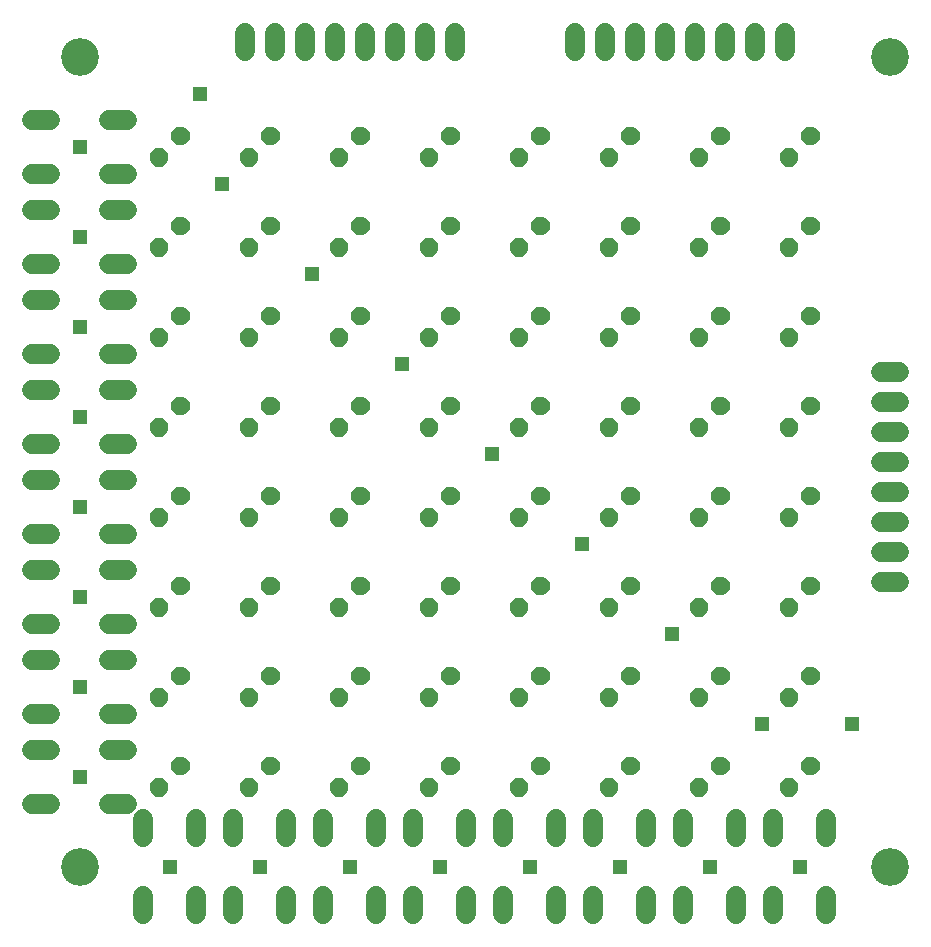
<source format=gts>
G75*
G70*
%OFA0B0*%
%FSLAX24Y24*%
%IPPOS*%
%LPD*%
%AMOC8*
5,1,8,0,0,1.08239X$1,22.5*
%
%ADD10C,0.0120*%
%ADD11C,0.0680*%
%ADD12C,0.1261*%
%ADD13R,0.0476X0.0476*%
D10*
X005434Y005286D02*
X005494Y005346D01*
X005494Y005148D01*
X005354Y005008D01*
X005156Y005008D01*
X005016Y005148D01*
X005016Y005346D01*
X005156Y005486D01*
X005354Y005486D01*
X005494Y005346D01*
X005404Y005309D01*
X005404Y005185D01*
X005317Y005098D01*
X005193Y005098D01*
X005106Y005185D01*
X005106Y005309D01*
X005193Y005396D01*
X005317Y005396D01*
X005404Y005309D01*
X005314Y005272D01*
X005314Y005222D01*
X005280Y005188D01*
X005230Y005188D01*
X005196Y005222D01*
X005196Y005272D01*
X005230Y005306D01*
X005280Y005306D01*
X005314Y005272D01*
X006141Y005993D02*
X006201Y006053D01*
X006201Y005855D01*
X006061Y005715D01*
X005863Y005715D01*
X005723Y005855D01*
X005723Y006053D01*
X005863Y006193D01*
X006061Y006193D01*
X006201Y006053D01*
X006111Y006016D01*
X006111Y005892D01*
X006024Y005805D01*
X005900Y005805D01*
X005813Y005892D01*
X005813Y006016D01*
X005900Y006103D01*
X006024Y006103D01*
X006111Y006016D01*
X006021Y005979D01*
X006021Y005929D01*
X005987Y005895D01*
X005937Y005895D01*
X005903Y005929D01*
X005903Y005979D01*
X005937Y006013D01*
X005987Y006013D01*
X006021Y005979D01*
X008434Y005286D02*
X008494Y005346D01*
X008494Y005148D01*
X008354Y005008D01*
X008156Y005008D01*
X008016Y005148D01*
X008016Y005346D01*
X008156Y005486D01*
X008354Y005486D01*
X008494Y005346D01*
X008404Y005309D01*
X008404Y005185D01*
X008317Y005098D01*
X008193Y005098D01*
X008106Y005185D01*
X008106Y005309D01*
X008193Y005396D01*
X008317Y005396D01*
X008404Y005309D01*
X008314Y005272D01*
X008314Y005222D01*
X008280Y005188D01*
X008230Y005188D01*
X008196Y005222D01*
X008196Y005272D01*
X008230Y005306D01*
X008280Y005306D01*
X008314Y005272D01*
X009141Y005993D02*
X009201Y006053D01*
X009201Y005855D01*
X009061Y005715D01*
X008863Y005715D01*
X008723Y005855D01*
X008723Y006053D01*
X008863Y006193D01*
X009061Y006193D01*
X009201Y006053D01*
X009111Y006016D01*
X009111Y005892D01*
X009024Y005805D01*
X008900Y005805D01*
X008813Y005892D01*
X008813Y006016D01*
X008900Y006103D01*
X009024Y006103D01*
X009111Y006016D01*
X009021Y005979D01*
X009021Y005929D01*
X008987Y005895D01*
X008937Y005895D01*
X008903Y005929D01*
X008903Y005979D01*
X008937Y006013D01*
X008987Y006013D01*
X009021Y005979D01*
X011434Y005286D02*
X011494Y005346D01*
X011494Y005148D01*
X011354Y005008D01*
X011156Y005008D01*
X011016Y005148D01*
X011016Y005346D01*
X011156Y005486D01*
X011354Y005486D01*
X011494Y005346D01*
X011404Y005309D01*
X011404Y005185D01*
X011317Y005098D01*
X011193Y005098D01*
X011106Y005185D01*
X011106Y005309D01*
X011193Y005396D01*
X011317Y005396D01*
X011404Y005309D01*
X011314Y005272D01*
X011314Y005222D01*
X011280Y005188D01*
X011230Y005188D01*
X011196Y005222D01*
X011196Y005272D01*
X011230Y005306D01*
X011280Y005306D01*
X011314Y005272D01*
X012141Y005993D02*
X012201Y006053D01*
X012201Y005855D01*
X012061Y005715D01*
X011863Y005715D01*
X011723Y005855D01*
X011723Y006053D01*
X011863Y006193D01*
X012061Y006193D01*
X012201Y006053D01*
X012111Y006016D01*
X012111Y005892D01*
X012024Y005805D01*
X011900Y005805D01*
X011813Y005892D01*
X011813Y006016D01*
X011900Y006103D01*
X012024Y006103D01*
X012111Y006016D01*
X012021Y005979D01*
X012021Y005929D01*
X011987Y005895D01*
X011937Y005895D01*
X011903Y005929D01*
X011903Y005979D01*
X011937Y006013D01*
X011987Y006013D01*
X012021Y005979D01*
X014434Y005286D02*
X014494Y005346D01*
X014494Y005148D01*
X014354Y005008D01*
X014156Y005008D01*
X014016Y005148D01*
X014016Y005346D01*
X014156Y005486D01*
X014354Y005486D01*
X014494Y005346D01*
X014404Y005309D01*
X014404Y005185D01*
X014317Y005098D01*
X014193Y005098D01*
X014106Y005185D01*
X014106Y005309D01*
X014193Y005396D01*
X014317Y005396D01*
X014404Y005309D01*
X014314Y005272D01*
X014314Y005222D01*
X014280Y005188D01*
X014230Y005188D01*
X014196Y005222D01*
X014196Y005272D01*
X014230Y005306D01*
X014280Y005306D01*
X014314Y005272D01*
X015141Y005993D02*
X015201Y006053D01*
X015201Y005855D01*
X015061Y005715D01*
X014863Y005715D01*
X014723Y005855D01*
X014723Y006053D01*
X014863Y006193D01*
X015061Y006193D01*
X015201Y006053D01*
X015111Y006016D01*
X015111Y005892D01*
X015024Y005805D01*
X014900Y005805D01*
X014813Y005892D01*
X014813Y006016D01*
X014900Y006103D01*
X015024Y006103D01*
X015111Y006016D01*
X015021Y005979D01*
X015021Y005929D01*
X014987Y005895D01*
X014937Y005895D01*
X014903Y005929D01*
X014903Y005979D01*
X014937Y006013D01*
X014987Y006013D01*
X015021Y005979D01*
X017434Y005286D02*
X017494Y005346D01*
X017494Y005148D01*
X017354Y005008D01*
X017156Y005008D01*
X017016Y005148D01*
X017016Y005346D01*
X017156Y005486D01*
X017354Y005486D01*
X017494Y005346D01*
X017404Y005309D01*
X017404Y005185D01*
X017317Y005098D01*
X017193Y005098D01*
X017106Y005185D01*
X017106Y005309D01*
X017193Y005396D01*
X017317Y005396D01*
X017404Y005309D01*
X017314Y005272D01*
X017314Y005222D01*
X017280Y005188D01*
X017230Y005188D01*
X017196Y005222D01*
X017196Y005272D01*
X017230Y005306D01*
X017280Y005306D01*
X017314Y005272D01*
X018141Y005993D02*
X018201Y006053D01*
X018201Y005855D01*
X018061Y005715D01*
X017863Y005715D01*
X017723Y005855D01*
X017723Y006053D01*
X017863Y006193D01*
X018061Y006193D01*
X018201Y006053D01*
X018111Y006016D01*
X018111Y005892D01*
X018024Y005805D01*
X017900Y005805D01*
X017813Y005892D01*
X017813Y006016D01*
X017900Y006103D01*
X018024Y006103D01*
X018111Y006016D01*
X018021Y005979D01*
X018021Y005929D01*
X017987Y005895D01*
X017937Y005895D01*
X017903Y005929D01*
X017903Y005979D01*
X017937Y006013D01*
X017987Y006013D01*
X018021Y005979D01*
X020434Y005286D02*
X020494Y005346D01*
X020494Y005148D01*
X020354Y005008D01*
X020156Y005008D01*
X020016Y005148D01*
X020016Y005346D01*
X020156Y005486D01*
X020354Y005486D01*
X020494Y005346D01*
X020404Y005309D01*
X020404Y005185D01*
X020317Y005098D01*
X020193Y005098D01*
X020106Y005185D01*
X020106Y005309D01*
X020193Y005396D01*
X020317Y005396D01*
X020404Y005309D01*
X020314Y005272D01*
X020314Y005222D01*
X020280Y005188D01*
X020230Y005188D01*
X020196Y005222D01*
X020196Y005272D01*
X020230Y005306D01*
X020280Y005306D01*
X020314Y005272D01*
X021141Y005993D02*
X021201Y006053D01*
X021201Y005855D01*
X021061Y005715D01*
X020863Y005715D01*
X020723Y005855D01*
X020723Y006053D01*
X020863Y006193D01*
X021061Y006193D01*
X021201Y006053D01*
X021111Y006016D01*
X021111Y005892D01*
X021024Y005805D01*
X020900Y005805D01*
X020813Y005892D01*
X020813Y006016D01*
X020900Y006103D01*
X021024Y006103D01*
X021111Y006016D01*
X021021Y005979D01*
X021021Y005929D01*
X020987Y005895D01*
X020937Y005895D01*
X020903Y005929D01*
X020903Y005979D01*
X020937Y006013D01*
X020987Y006013D01*
X021021Y005979D01*
X023434Y005286D02*
X023494Y005346D01*
X023494Y005148D01*
X023354Y005008D01*
X023156Y005008D01*
X023016Y005148D01*
X023016Y005346D01*
X023156Y005486D01*
X023354Y005486D01*
X023494Y005346D01*
X023404Y005309D01*
X023404Y005185D01*
X023317Y005098D01*
X023193Y005098D01*
X023106Y005185D01*
X023106Y005309D01*
X023193Y005396D01*
X023317Y005396D01*
X023404Y005309D01*
X023314Y005272D01*
X023314Y005222D01*
X023280Y005188D01*
X023230Y005188D01*
X023196Y005222D01*
X023196Y005272D01*
X023230Y005306D01*
X023280Y005306D01*
X023314Y005272D01*
X024141Y005993D02*
X024201Y006053D01*
X024201Y005855D01*
X024061Y005715D01*
X023863Y005715D01*
X023723Y005855D01*
X023723Y006053D01*
X023863Y006193D01*
X024061Y006193D01*
X024201Y006053D01*
X024111Y006016D01*
X024111Y005892D01*
X024024Y005805D01*
X023900Y005805D01*
X023813Y005892D01*
X023813Y006016D01*
X023900Y006103D01*
X024024Y006103D01*
X024111Y006016D01*
X024021Y005979D01*
X024021Y005929D01*
X023987Y005895D01*
X023937Y005895D01*
X023903Y005929D01*
X023903Y005979D01*
X023937Y006013D01*
X023987Y006013D01*
X024021Y005979D01*
X026434Y005286D02*
X026494Y005346D01*
X026494Y005148D01*
X026354Y005008D01*
X026156Y005008D01*
X026016Y005148D01*
X026016Y005346D01*
X026156Y005486D01*
X026354Y005486D01*
X026494Y005346D01*
X026404Y005309D01*
X026404Y005185D01*
X026317Y005098D01*
X026193Y005098D01*
X026106Y005185D01*
X026106Y005309D01*
X026193Y005396D01*
X026317Y005396D01*
X026404Y005309D01*
X026314Y005272D01*
X026314Y005222D01*
X026280Y005188D01*
X026230Y005188D01*
X026196Y005222D01*
X026196Y005272D01*
X026230Y005306D01*
X026280Y005306D01*
X026314Y005272D01*
X027141Y005993D02*
X027201Y006053D01*
X027201Y005855D01*
X027061Y005715D01*
X026863Y005715D01*
X026723Y005855D01*
X026723Y006053D01*
X026863Y006193D01*
X027061Y006193D01*
X027201Y006053D01*
X027111Y006016D01*
X027111Y005892D01*
X027024Y005805D01*
X026900Y005805D01*
X026813Y005892D01*
X026813Y006016D01*
X026900Y006103D01*
X027024Y006103D01*
X027111Y006016D01*
X027021Y005979D01*
X027021Y005929D01*
X026987Y005895D01*
X026937Y005895D01*
X026903Y005929D01*
X026903Y005979D01*
X026937Y006013D01*
X026987Y006013D01*
X027021Y005979D01*
X026434Y008286D02*
X026494Y008346D01*
X026494Y008148D01*
X026354Y008008D01*
X026156Y008008D01*
X026016Y008148D01*
X026016Y008346D01*
X026156Y008486D01*
X026354Y008486D01*
X026494Y008346D01*
X026404Y008309D01*
X026404Y008185D01*
X026317Y008098D01*
X026193Y008098D01*
X026106Y008185D01*
X026106Y008309D01*
X026193Y008396D01*
X026317Y008396D01*
X026404Y008309D01*
X026314Y008272D01*
X026314Y008222D01*
X026280Y008188D01*
X026230Y008188D01*
X026196Y008222D01*
X026196Y008272D01*
X026230Y008306D01*
X026280Y008306D01*
X026314Y008272D01*
X027141Y008993D02*
X027201Y009053D01*
X027201Y008855D01*
X027061Y008715D01*
X026863Y008715D01*
X026723Y008855D01*
X026723Y009053D01*
X026863Y009193D01*
X027061Y009193D01*
X027201Y009053D01*
X027111Y009016D01*
X027111Y008892D01*
X027024Y008805D01*
X026900Y008805D01*
X026813Y008892D01*
X026813Y009016D01*
X026900Y009103D01*
X027024Y009103D01*
X027111Y009016D01*
X027021Y008979D01*
X027021Y008929D01*
X026987Y008895D01*
X026937Y008895D01*
X026903Y008929D01*
X026903Y008979D01*
X026937Y009013D01*
X026987Y009013D01*
X027021Y008979D01*
X026434Y011286D02*
X026494Y011346D01*
X026494Y011148D01*
X026354Y011008D01*
X026156Y011008D01*
X026016Y011148D01*
X026016Y011346D01*
X026156Y011486D01*
X026354Y011486D01*
X026494Y011346D01*
X026404Y011309D01*
X026404Y011185D01*
X026317Y011098D01*
X026193Y011098D01*
X026106Y011185D01*
X026106Y011309D01*
X026193Y011396D01*
X026317Y011396D01*
X026404Y011309D01*
X026314Y011272D01*
X026314Y011222D01*
X026280Y011188D01*
X026230Y011188D01*
X026196Y011222D01*
X026196Y011272D01*
X026230Y011306D01*
X026280Y011306D01*
X026314Y011272D01*
X027141Y011993D02*
X027201Y012053D01*
X027201Y011855D01*
X027061Y011715D01*
X026863Y011715D01*
X026723Y011855D01*
X026723Y012053D01*
X026863Y012193D01*
X027061Y012193D01*
X027201Y012053D01*
X027111Y012016D01*
X027111Y011892D01*
X027024Y011805D01*
X026900Y011805D01*
X026813Y011892D01*
X026813Y012016D01*
X026900Y012103D01*
X027024Y012103D01*
X027111Y012016D01*
X027021Y011979D01*
X027021Y011929D01*
X026987Y011895D01*
X026937Y011895D01*
X026903Y011929D01*
X026903Y011979D01*
X026937Y012013D01*
X026987Y012013D01*
X027021Y011979D01*
X026434Y014286D02*
X026494Y014346D01*
X026494Y014148D01*
X026354Y014008D01*
X026156Y014008D01*
X026016Y014148D01*
X026016Y014346D01*
X026156Y014486D01*
X026354Y014486D01*
X026494Y014346D01*
X026404Y014309D01*
X026404Y014185D01*
X026317Y014098D01*
X026193Y014098D01*
X026106Y014185D01*
X026106Y014309D01*
X026193Y014396D01*
X026317Y014396D01*
X026404Y014309D01*
X026314Y014272D01*
X026314Y014222D01*
X026280Y014188D01*
X026230Y014188D01*
X026196Y014222D01*
X026196Y014272D01*
X026230Y014306D01*
X026280Y014306D01*
X026314Y014272D01*
X027141Y014993D02*
X027201Y015053D01*
X027201Y014855D01*
X027061Y014715D01*
X026863Y014715D01*
X026723Y014855D01*
X026723Y015053D01*
X026863Y015193D01*
X027061Y015193D01*
X027201Y015053D01*
X027111Y015016D01*
X027111Y014892D01*
X027024Y014805D01*
X026900Y014805D01*
X026813Y014892D01*
X026813Y015016D01*
X026900Y015103D01*
X027024Y015103D01*
X027111Y015016D01*
X027021Y014979D01*
X027021Y014929D01*
X026987Y014895D01*
X026937Y014895D01*
X026903Y014929D01*
X026903Y014979D01*
X026937Y015013D01*
X026987Y015013D01*
X027021Y014979D01*
X026434Y017286D02*
X026494Y017346D01*
X026494Y017148D01*
X026354Y017008D01*
X026156Y017008D01*
X026016Y017148D01*
X026016Y017346D01*
X026156Y017486D01*
X026354Y017486D01*
X026494Y017346D01*
X026404Y017309D01*
X026404Y017185D01*
X026317Y017098D01*
X026193Y017098D01*
X026106Y017185D01*
X026106Y017309D01*
X026193Y017396D01*
X026317Y017396D01*
X026404Y017309D01*
X026314Y017272D01*
X026314Y017222D01*
X026280Y017188D01*
X026230Y017188D01*
X026196Y017222D01*
X026196Y017272D01*
X026230Y017306D01*
X026280Y017306D01*
X026314Y017272D01*
X027141Y017993D02*
X027201Y018053D01*
X027201Y017855D01*
X027061Y017715D01*
X026863Y017715D01*
X026723Y017855D01*
X026723Y018053D01*
X026863Y018193D01*
X027061Y018193D01*
X027201Y018053D01*
X027111Y018016D01*
X027111Y017892D01*
X027024Y017805D01*
X026900Y017805D01*
X026813Y017892D01*
X026813Y018016D01*
X026900Y018103D01*
X027024Y018103D01*
X027111Y018016D01*
X027021Y017979D01*
X027021Y017929D01*
X026987Y017895D01*
X026937Y017895D01*
X026903Y017929D01*
X026903Y017979D01*
X026937Y018013D01*
X026987Y018013D01*
X027021Y017979D01*
X026434Y020286D02*
X026494Y020346D01*
X026494Y020148D01*
X026354Y020008D01*
X026156Y020008D01*
X026016Y020148D01*
X026016Y020346D01*
X026156Y020486D01*
X026354Y020486D01*
X026494Y020346D01*
X026404Y020309D01*
X026404Y020185D01*
X026317Y020098D01*
X026193Y020098D01*
X026106Y020185D01*
X026106Y020309D01*
X026193Y020396D01*
X026317Y020396D01*
X026404Y020309D01*
X026314Y020272D01*
X026314Y020222D01*
X026280Y020188D01*
X026230Y020188D01*
X026196Y020222D01*
X026196Y020272D01*
X026230Y020306D01*
X026280Y020306D01*
X026314Y020272D01*
X027141Y020993D02*
X027201Y021053D01*
X027201Y020855D01*
X027061Y020715D01*
X026863Y020715D01*
X026723Y020855D01*
X026723Y021053D01*
X026863Y021193D01*
X027061Y021193D01*
X027201Y021053D01*
X027111Y021016D01*
X027111Y020892D01*
X027024Y020805D01*
X026900Y020805D01*
X026813Y020892D01*
X026813Y021016D01*
X026900Y021103D01*
X027024Y021103D01*
X027111Y021016D01*
X027021Y020979D01*
X027021Y020929D01*
X026987Y020895D01*
X026937Y020895D01*
X026903Y020929D01*
X026903Y020979D01*
X026937Y021013D01*
X026987Y021013D01*
X027021Y020979D01*
X026434Y023286D02*
X026494Y023346D01*
X026494Y023148D01*
X026354Y023008D01*
X026156Y023008D01*
X026016Y023148D01*
X026016Y023346D01*
X026156Y023486D01*
X026354Y023486D01*
X026494Y023346D01*
X026404Y023309D01*
X026404Y023185D01*
X026317Y023098D01*
X026193Y023098D01*
X026106Y023185D01*
X026106Y023309D01*
X026193Y023396D01*
X026317Y023396D01*
X026404Y023309D01*
X026314Y023272D01*
X026314Y023222D01*
X026280Y023188D01*
X026230Y023188D01*
X026196Y023222D01*
X026196Y023272D01*
X026230Y023306D01*
X026280Y023306D01*
X026314Y023272D01*
X027141Y023993D02*
X027201Y024053D01*
X027201Y023855D01*
X027061Y023715D01*
X026863Y023715D01*
X026723Y023855D01*
X026723Y024053D01*
X026863Y024193D01*
X027061Y024193D01*
X027201Y024053D01*
X027111Y024016D01*
X027111Y023892D01*
X027024Y023805D01*
X026900Y023805D01*
X026813Y023892D01*
X026813Y024016D01*
X026900Y024103D01*
X027024Y024103D01*
X027111Y024016D01*
X027021Y023979D01*
X027021Y023929D01*
X026987Y023895D01*
X026937Y023895D01*
X026903Y023929D01*
X026903Y023979D01*
X026937Y024013D01*
X026987Y024013D01*
X027021Y023979D01*
X026434Y026286D02*
X026494Y026346D01*
X026494Y026148D01*
X026354Y026008D01*
X026156Y026008D01*
X026016Y026148D01*
X026016Y026346D01*
X026156Y026486D01*
X026354Y026486D01*
X026494Y026346D01*
X026404Y026309D01*
X026404Y026185D01*
X026317Y026098D01*
X026193Y026098D01*
X026106Y026185D01*
X026106Y026309D01*
X026193Y026396D01*
X026317Y026396D01*
X026404Y026309D01*
X026314Y026272D01*
X026314Y026222D01*
X026280Y026188D01*
X026230Y026188D01*
X026196Y026222D01*
X026196Y026272D01*
X026230Y026306D01*
X026280Y026306D01*
X026314Y026272D01*
X027141Y026993D02*
X027201Y027053D01*
X027201Y026855D01*
X027061Y026715D01*
X026863Y026715D01*
X026723Y026855D01*
X026723Y027053D01*
X026863Y027193D01*
X027061Y027193D01*
X027201Y027053D01*
X027111Y027016D01*
X027111Y026892D01*
X027024Y026805D01*
X026900Y026805D01*
X026813Y026892D01*
X026813Y027016D01*
X026900Y027103D01*
X027024Y027103D01*
X027111Y027016D01*
X027021Y026979D01*
X027021Y026929D01*
X026987Y026895D01*
X026937Y026895D01*
X026903Y026929D01*
X026903Y026979D01*
X026937Y027013D01*
X026987Y027013D01*
X027021Y026979D01*
X024141Y026993D02*
X024201Y027053D01*
X024201Y026855D01*
X024061Y026715D01*
X023863Y026715D01*
X023723Y026855D01*
X023723Y027053D01*
X023863Y027193D01*
X024061Y027193D01*
X024201Y027053D01*
X024111Y027016D01*
X024111Y026892D01*
X024024Y026805D01*
X023900Y026805D01*
X023813Y026892D01*
X023813Y027016D01*
X023900Y027103D01*
X024024Y027103D01*
X024111Y027016D01*
X024021Y026979D01*
X024021Y026929D01*
X023987Y026895D01*
X023937Y026895D01*
X023903Y026929D01*
X023903Y026979D01*
X023937Y027013D01*
X023987Y027013D01*
X024021Y026979D01*
X023434Y026286D02*
X023494Y026346D01*
X023494Y026148D01*
X023354Y026008D01*
X023156Y026008D01*
X023016Y026148D01*
X023016Y026346D01*
X023156Y026486D01*
X023354Y026486D01*
X023494Y026346D01*
X023404Y026309D01*
X023404Y026185D01*
X023317Y026098D01*
X023193Y026098D01*
X023106Y026185D01*
X023106Y026309D01*
X023193Y026396D01*
X023317Y026396D01*
X023404Y026309D01*
X023314Y026272D01*
X023314Y026222D01*
X023280Y026188D01*
X023230Y026188D01*
X023196Y026222D01*
X023196Y026272D01*
X023230Y026306D01*
X023280Y026306D01*
X023314Y026272D01*
X021141Y026993D02*
X021201Y027053D01*
X021201Y026855D01*
X021061Y026715D01*
X020863Y026715D01*
X020723Y026855D01*
X020723Y027053D01*
X020863Y027193D01*
X021061Y027193D01*
X021201Y027053D01*
X021111Y027016D01*
X021111Y026892D01*
X021024Y026805D01*
X020900Y026805D01*
X020813Y026892D01*
X020813Y027016D01*
X020900Y027103D01*
X021024Y027103D01*
X021111Y027016D01*
X021021Y026979D01*
X021021Y026929D01*
X020987Y026895D01*
X020937Y026895D01*
X020903Y026929D01*
X020903Y026979D01*
X020937Y027013D01*
X020987Y027013D01*
X021021Y026979D01*
X020434Y026286D02*
X020494Y026346D01*
X020494Y026148D01*
X020354Y026008D01*
X020156Y026008D01*
X020016Y026148D01*
X020016Y026346D01*
X020156Y026486D01*
X020354Y026486D01*
X020494Y026346D01*
X020404Y026309D01*
X020404Y026185D01*
X020317Y026098D01*
X020193Y026098D01*
X020106Y026185D01*
X020106Y026309D01*
X020193Y026396D01*
X020317Y026396D01*
X020404Y026309D01*
X020314Y026272D01*
X020314Y026222D01*
X020280Y026188D01*
X020230Y026188D01*
X020196Y026222D01*
X020196Y026272D01*
X020230Y026306D01*
X020280Y026306D01*
X020314Y026272D01*
X021141Y023993D02*
X021201Y024053D01*
X021201Y023855D01*
X021061Y023715D01*
X020863Y023715D01*
X020723Y023855D01*
X020723Y024053D01*
X020863Y024193D01*
X021061Y024193D01*
X021201Y024053D01*
X021111Y024016D01*
X021111Y023892D01*
X021024Y023805D01*
X020900Y023805D01*
X020813Y023892D01*
X020813Y024016D01*
X020900Y024103D01*
X021024Y024103D01*
X021111Y024016D01*
X021021Y023979D01*
X021021Y023929D01*
X020987Y023895D01*
X020937Y023895D01*
X020903Y023929D01*
X020903Y023979D01*
X020937Y024013D01*
X020987Y024013D01*
X021021Y023979D01*
X020434Y023286D02*
X020494Y023346D01*
X020494Y023148D01*
X020354Y023008D01*
X020156Y023008D01*
X020016Y023148D01*
X020016Y023346D01*
X020156Y023486D01*
X020354Y023486D01*
X020494Y023346D01*
X020404Y023309D01*
X020404Y023185D01*
X020317Y023098D01*
X020193Y023098D01*
X020106Y023185D01*
X020106Y023309D01*
X020193Y023396D01*
X020317Y023396D01*
X020404Y023309D01*
X020314Y023272D01*
X020314Y023222D01*
X020280Y023188D01*
X020230Y023188D01*
X020196Y023222D01*
X020196Y023272D01*
X020230Y023306D01*
X020280Y023306D01*
X020314Y023272D01*
X021141Y020993D02*
X021201Y021053D01*
X021201Y020855D01*
X021061Y020715D01*
X020863Y020715D01*
X020723Y020855D01*
X020723Y021053D01*
X020863Y021193D01*
X021061Y021193D01*
X021201Y021053D01*
X021111Y021016D01*
X021111Y020892D01*
X021024Y020805D01*
X020900Y020805D01*
X020813Y020892D01*
X020813Y021016D01*
X020900Y021103D01*
X021024Y021103D01*
X021111Y021016D01*
X021021Y020979D01*
X021021Y020929D01*
X020987Y020895D01*
X020937Y020895D01*
X020903Y020929D01*
X020903Y020979D01*
X020937Y021013D01*
X020987Y021013D01*
X021021Y020979D01*
X020434Y020286D02*
X020494Y020346D01*
X020494Y020148D01*
X020354Y020008D01*
X020156Y020008D01*
X020016Y020148D01*
X020016Y020346D01*
X020156Y020486D01*
X020354Y020486D01*
X020494Y020346D01*
X020404Y020309D01*
X020404Y020185D01*
X020317Y020098D01*
X020193Y020098D01*
X020106Y020185D01*
X020106Y020309D01*
X020193Y020396D01*
X020317Y020396D01*
X020404Y020309D01*
X020314Y020272D01*
X020314Y020222D01*
X020280Y020188D01*
X020230Y020188D01*
X020196Y020222D01*
X020196Y020272D01*
X020230Y020306D01*
X020280Y020306D01*
X020314Y020272D01*
X021141Y017993D02*
X021201Y018053D01*
X021201Y017855D01*
X021061Y017715D01*
X020863Y017715D01*
X020723Y017855D01*
X020723Y018053D01*
X020863Y018193D01*
X021061Y018193D01*
X021201Y018053D01*
X021111Y018016D01*
X021111Y017892D01*
X021024Y017805D01*
X020900Y017805D01*
X020813Y017892D01*
X020813Y018016D01*
X020900Y018103D01*
X021024Y018103D01*
X021111Y018016D01*
X021021Y017979D01*
X021021Y017929D01*
X020987Y017895D01*
X020937Y017895D01*
X020903Y017929D01*
X020903Y017979D01*
X020937Y018013D01*
X020987Y018013D01*
X021021Y017979D01*
X020434Y017286D02*
X020494Y017346D01*
X020494Y017148D01*
X020354Y017008D01*
X020156Y017008D01*
X020016Y017148D01*
X020016Y017346D01*
X020156Y017486D01*
X020354Y017486D01*
X020494Y017346D01*
X020404Y017309D01*
X020404Y017185D01*
X020317Y017098D01*
X020193Y017098D01*
X020106Y017185D01*
X020106Y017309D01*
X020193Y017396D01*
X020317Y017396D01*
X020404Y017309D01*
X020314Y017272D01*
X020314Y017222D01*
X020280Y017188D01*
X020230Y017188D01*
X020196Y017222D01*
X020196Y017272D01*
X020230Y017306D01*
X020280Y017306D01*
X020314Y017272D01*
X021141Y014993D02*
X021201Y015053D01*
X021201Y014855D01*
X021061Y014715D01*
X020863Y014715D01*
X020723Y014855D01*
X020723Y015053D01*
X020863Y015193D01*
X021061Y015193D01*
X021201Y015053D01*
X021111Y015016D01*
X021111Y014892D01*
X021024Y014805D01*
X020900Y014805D01*
X020813Y014892D01*
X020813Y015016D01*
X020900Y015103D01*
X021024Y015103D01*
X021111Y015016D01*
X021021Y014979D01*
X021021Y014929D01*
X020987Y014895D01*
X020937Y014895D01*
X020903Y014929D01*
X020903Y014979D01*
X020937Y015013D01*
X020987Y015013D01*
X021021Y014979D01*
X020434Y014286D02*
X020494Y014346D01*
X020494Y014148D01*
X020354Y014008D01*
X020156Y014008D01*
X020016Y014148D01*
X020016Y014346D01*
X020156Y014486D01*
X020354Y014486D01*
X020494Y014346D01*
X020404Y014309D01*
X020404Y014185D01*
X020317Y014098D01*
X020193Y014098D01*
X020106Y014185D01*
X020106Y014309D01*
X020193Y014396D01*
X020317Y014396D01*
X020404Y014309D01*
X020314Y014272D01*
X020314Y014222D01*
X020280Y014188D01*
X020230Y014188D01*
X020196Y014222D01*
X020196Y014272D01*
X020230Y014306D01*
X020280Y014306D01*
X020314Y014272D01*
X021141Y011993D02*
X021201Y012053D01*
X021201Y011855D01*
X021061Y011715D01*
X020863Y011715D01*
X020723Y011855D01*
X020723Y012053D01*
X020863Y012193D01*
X021061Y012193D01*
X021201Y012053D01*
X021111Y012016D01*
X021111Y011892D01*
X021024Y011805D01*
X020900Y011805D01*
X020813Y011892D01*
X020813Y012016D01*
X020900Y012103D01*
X021024Y012103D01*
X021111Y012016D01*
X021021Y011979D01*
X021021Y011929D01*
X020987Y011895D01*
X020937Y011895D01*
X020903Y011929D01*
X020903Y011979D01*
X020937Y012013D01*
X020987Y012013D01*
X021021Y011979D01*
X020434Y011286D02*
X020494Y011346D01*
X020494Y011148D01*
X020354Y011008D01*
X020156Y011008D01*
X020016Y011148D01*
X020016Y011346D01*
X020156Y011486D01*
X020354Y011486D01*
X020494Y011346D01*
X020404Y011309D01*
X020404Y011185D01*
X020317Y011098D01*
X020193Y011098D01*
X020106Y011185D01*
X020106Y011309D01*
X020193Y011396D01*
X020317Y011396D01*
X020404Y011309D01*
X020314Y011272D01*
X020314Y011222D01*
X020280Y011188D01*
X020230Y011188D01*
X020196Y011222D01*
X020196Y011272D01*
X020230Y011306D01*
X020280Y011306D01*
X020314Y011272D01*
X021141Y008993D02*
X021201Y009053D01*
X021201Y008855D01*
X021061Y008715D01*
X020863Y008715D01*
X020723Y008855D01*
X020723Y009053D01*
X020863Y009193D01*
X021061Y009193D01*
X021201Y009053D01*
X021111Y009016D01*
X021111Y008892D01*
X021024Y008805D01*
X020900Y008805D01*
X020813Y008892D01*
X020813Y009016D01*
X020900Y009103D01*
X021024Y009103D01*
X021111Y009016D01*
X021021Y008979D01*
X021021Y008929D01*
X020987Y008895D01*
X020937Y008895D01*
X020903Y008929D01*
X020903Y008979D01*
X020937Y009013D01*
X020987Y009013D01*
X021021Y008979D01*
X020434Y008286D02*
X020494Y008346D01*
X020494Y008148D01*
X020354Y008008D01*
X020156Y008008D01*
X020016Y008148D01*
X020016Y008346D01*
X020156Y008486D01*
X020354Y008486D01*
X020494Y008346D01*
X020404Y008309D01*
X020404Y008185D01*
X020317Y008098D01*
X020193Y008098D01*
X020106Y008185D01*
X020106Y008309D01*
X020193Y008396D01*
X020317Y008396D01*
X020404Y008309D01*
X020314Y008272D01*
X020314Y008222D01*
X020280Y008188D01*
X020230Y008188D01*
X020196Y008222D01*
X020196Y008272D01*
X020230Y008306D01*
X020280Y008306D01*
X020314Y008272D01*
X018141Y008993D02*
X018201Y009053D01*
X018201Y008855D01*
X018061Y008715D01*
X017863Y008715D01*
X017723Y008855D01*
X017723Y009053D01*
X017863Y009193D01*
X018061Y009193D01*
X018201Y009053D01*
X018111Y009016D01*
X018111Y008892D01*
X018024Y008805D01*
X017900Y008805D01*
X017813Y008892D01*
X017813Y009016D01*
X017900Y009103D01*
X018024Y009103D01*
X018111Y009016D01*
X018021Y008979D01*
X018021Y008929D01*
X017987Y008895D01*
X017937Y008895D01*
X017903Y008929D01*
X017903Y008979D01*
X017937Y009013D01*
X017987Y009013D01*
X018021Y008979D01*
X017434Y008286D02*
X017494Y008346D01*
X017494Y008148D01*
X017354Y008008D01*
X017156Y008008D01*
X017016Y008148D01*
X017016Y008346D01*
X017156Y008486D01*
X017354Y008486D01*
X017494Y008346D01*
X017404Y008309D01*
X017404Y008185D01*
X017317Y008098D01*
X017193Y008098D01*
X017106Y008185D01*
X017106Y008309D01*
X017193Y008396D01*
X017317Y008396D01*
X017404Y008309D01*
X017314Y008272D01*
X017314Y008222D01*
X017280Y008188D01*
X017230Y008188D01*
X017196Y008222D01*
X017196Y008272D01*
X017230Y008306D01*
X017280Y008306D01*
X017314Y008272D01*
X015141Y008993D02*
X015201Y009053D01*
X015201Y008855D01*
X015061Y008715D01*
X014863Y008715D01*
X014723Y008855D01*
X014723Y009053D01*
X014863Y009193D01*
X015061Y009193D01*
X015201Y009053D01*
X015111Y009016D01*
X015111Y008892D01*
X015024Y008805D01*
X014900Y008805D01*
X014813Y008892D01*
X014813Y009016D01*
X014900Y009103D01*
X015024Y009103D01*
X015111Y009016D01*
X015021Y008979D01*
X015021Y008929D01*
X014987Y008895D01*
X014937Y008895D01*
X014903Y008929D01*
X014903Y008979D01*
X014937Y009013D01*
X014987Y009013D01*
X015021Y008979D01*
X014434Y008286D02*
X014494Y008346D01*
X014494Y008148D01*
X014354Y008008D01*
X014156Y008008D01*
X014016Y008148D01*
X014016Y008346D01*
X014156Y008486D01*
X014354Y008486D01*
X014494Y008346D01*
X014404Y008309D01*
X014404Y008185D01*
X014317Y008098D01*
X014193Y008098D01*
X014106Y008185D01*
X014106Y008309D01*
X014193Y008396D01*
X014317Y008396D01*
X014404Y008309D01*
X014314Y008272D01*
X014314Y008222D01*
X014280Y008188D01*
X014230Y008188D01*
X014196Y008222D01*
X014196Y008272D01*
X014230Y008306D01*
X014280Y008306D01*
X014314Y008272D01*
X012141Y008993D02*
X012201Y009053D01*
X012201Y008855D01*
X012061Y008715D01*
X011863Y008715D01*
X011723Y008855D01*
X011723Y009053D01*
X011863Y009193D01*
X012061Y009193D01*
X012201Y009053D01*
X012111Y009016D01*
X012111Y008892D01*
X012024Y008805D01*
X011900Y008805D01*
X011813Y008892D01*
X011813Y009016D01*
X011900Y009103D01*
X012024Y009103D01*
X012111Y009016D01*
X012021Y008979D01*
X012021Y008929D01*
X011987Y008895D01*
X011937Y008895D01*
X011903Y008929D01*
X011903Y008979D01*
X011937Y009013D01*
X011987Y009013D01*
X012021Y008979D01*
X011434Y008286D02*
X011494Y008346D01*
X011494Y008148D01*
X011354Y008008D01*
X011156Y008008D01*
X011016Y008148D01*
X011016Y008346D01*
X011156Y008486D01*
X011354Y008486D01*
X011494Y008346D01*
X011404Y008309D01*
X011404Y008185D01*
X011317Y008098D01*
X011193Y008098D01*
X011106Y008185D01*
X011106Y008309D01*
X011193Y008396D01*
X011317Y008396D01*
X011404Y008309D01*
X011314Y008272D01*
X011314Y008222D01*
X011280Y008188D01*
X011230Y008188D01*
X011196Y008222D01*
X011196Y008272D01*
X011230Y008306D01*
X011280Y008306D01*
X011314Y008272D01*
X009141Y008993D02*
X009201Y009053D01*
X009201Y008855D01*
X009061Y008715D01*
X008863Y008715D01*
X008723Y008855D01*
X008723Y009053D01*
X008863Y009193D01*
X009061Y009193D01*
X009201Y009053D01*
X009111Y009016D01*
X009111Y008892D01*
X009024Y008805D01*
X008900Y008805D01*
X008813Y008892D01*
X008813Y009016D01*
X008900Y009103D01*
X009024Y009103D01*
X009111Y009016D01*
X009021Y008979D01*
X009021Y008929D01*
X008987Y008895D01*
X008937Y008895D01*
X008903Y008929D01*
X008903Y008979D01*
X008937Y009013D01*
X008987Y009013D01*
X009021Y008979D01*
X008434Y008286D02*
X008494Y008346D01*
X008494Y008148D01*
X008354Y008008D01*
X008156Y008008D01*
X008016Y008148D01*
X008016Y008346D01*
X008156Y008486D01*
X008354Y008486D01*
X008494Y008346D01*
X008404Y008309D01*
X008404Y008185D01*
X008317Y008098D01*
X008193Y008098D01*
X008106Y008185D01*
X008106Y008309D01*
X008193Y008396D01*
X008317Y008396D01*
X008404Y008309D01*
X008314Y008272D01*
X008314Y008222D01*
X008280Y008188D01*
X008230Y008188D01*
X008196Y008222D01*
X008196Y008272D01*
X008230Y008306D01*
X008280Y008306D01*
X008314Y008272D01*
X006141Y008993D02*
X006201Y009053D01*
X006201Y008855D01*
X006061Y008715D01*
X005863Y008715D01*
X005723Y008855D01*
X005723Y009053D01*
X005863Y009193D01*
X006061Y009193D01*
X006201Y009053D01*
X006111Y009016D01*
X006111Y008892D01*
X006024Y008805D01*
X005900Y008805D01*
X005813Y008892D01*
X005813Y009016D01*
X005900Y009103D01*
X006024Y009103D01*
X006111Y009016D01*
X006021Y008979D01*
X006021Y008929D01*
X005987Y008895D01*
X005937Y008895D01*
X005903Y008929D01*
X005903Y008979D01*
X005937Y009013D01*
X005987Y009013D01*
X006021Y008979D01*
X005434Y008286D02*
X005494Y008346D01*
X005494Y008148D01*
X005354Y008008D01*
X005156Y008008D01*
X005016Y008148D01*
X005016Y008346D01*
X005156Y008486D01*
X005354Y008486D01*
X005494Y008346D01*
X005404Y008309D01*
X005404Y008185D01*
X005317Y008098D01*
X005193Y008098D01*
X005106Y008185D01*
X005106Y008309D01*
X005193Y008396D01*
X005317Y008396D01*
X005404Y008309D01*
X005314Y008272D01*
X005314Y008222D01*
X005280Y008188D01*
X005230Y008188D01*
X005196Y008222D01*
X005196Y008272D01*
X005230Y008306D01*
X005280Y008306D01*
X005314Y008272D01*
X005434Y011286D02*
X005494Y011346D01*
X005494Y011148D01*
X005354Y011008D01*
X005156Y011008D01*
X005016Y011148D01*
X005016Y011346D01*
X005156Y011486D01*
X005354Y011486D01*
X005494Y011346D01*
X005404Y011309D01*
X005404Y011185D01*
X005317Y011098D01*
X005193Y011098D01*
X005106Y011185D01*
X005106Y011309D01*
X005193Y011396D01*
X005317Y011396D01*
X005404Y011309D01*
X005314Y011272D01*
X005314Y011222D01*
X005280Y011188D01*
X005230Y011188D01*
X005196Y011222D01*
X005196Y011272D01*
X005230Y011306D01*
X005280Y011306D01*
X005314Y011272D01*
X006141Y011993D02*
X006201Y012053D01*
X006201Y011855D01*
X006061Y011715D01*
X005863Y011715D01*
X005723Y011855D01*
X005723Y012053D01*
X005863Y012193D01*
X006061Y012193D01*
X006201Y012053D01*
X006111Y012016D01*
X006111Y011892D01*
X006024Y011805D01*
X005900Y011805D01*
X005813Y011892D01*
X005813Y012016D01*
X005900Y012103D01*
X006024Y012103D01*
X006111Y012016D01*
X006021Y011979D01*
X006021Y011929D01*
X005987Y011895D01*
X005937Y011895D01*
X005903Y011929D01*
X005903Y011979D01*
X005937Y012013D01*
X005987Y012013D01*
X006021Y011979D01*
X008434Y011286D02*
X008494Y011346D01*
X008494Y011148D01*
X008354Y011008D01*
X008156Y011008D01*
X008016Y011148D01*
X008016Y011346D01*
X008156Y011486D01*
X008354Y011486D01*
X008494Y011346D01*
X008404Y011309D01*
X008404Y011185D01*
X008317Y011098D01*
X008193Y011098D01*
X008106Y011185D01*
X008106Y011309D01*
X008193Y011396D01*
X008317Y011396D01*
X008404Y011309D01*
X008314Y011272D01*
X008314Y011222D01*
X008280Y011188D01*
X008230Y011188D01*
X008196Y011222D01*
X008196Y011272D01*
X008230Y011306D01*
X008280Y011306D01*
X008314Y011272D01*
X009141Y011993D02*
X009201Y012053D01*
X009201Y011855D01*
X009061Y011715D01*
X008863Y011715D01*
X008723Y011855D01*
X008723Y012053D01*
X008863Y012193D01*
X009061Y012193D01*
X009201Y012053D01*
X009111Y012016D01*
X009111Y011892D01*
X009024Y011805D01*
X008900Y011805D01*
X008813Y011892D01*
X008813Y012016D01*
X008900Y012103D01*
X009024Y012103D01*
X009111Y012016D01*
X009021Y011979D01*
X009021Y011929D01*
X008987Y011895D01*
X008937Y011895D01*
X008903Y011929D01*
X008903Y011979D01*
X008937Y012013D01*
X008987Y012013D01*
X009021Y011979D01*
X011434Y011286D02*
X011494Y011346D01*
X011494Y011148D01*
X011354Y011008D01*
X011156Y011008D01*
X011016Y011148D01*
X011016Y011346D01*
X011156Y011486D01*
X011354Y011486D01*
X011494Y011346D01*
X011404Y011309D01*
X011404Y011185D01*
X011317Y011098D01*
X011193Y011098D01*
X011106Y011185D01*
X011106Y011309D01*
X011193Y011396D01*
X011317Y011396D01*
X011404Y011309D01*
X011314Y011272D01*
X011314Y011222D01*
X011280Y011188D01*
X011230Y011188D01*
X011196Y011222D01*
X011196Y011272D01*
X011230Y011306D01*
X011280Y011306D01*
X011314Y011272D01*
X012141Y011993D02*
X012201Y012053D01*
X012201Y011855D01*
X012061Y011715D01*
X011863Y011715D01*
X011723Y011855D01*
X011723Y012053D01*
X011863Y012193D01*
X012061Y012193D01*
X012201Y012053D01*
X012111Y012016D01*
X012111Y011892D01*
X012024Y011805D01*
X011900Y011805D01*
X011813Y011892D01*
X011813Y012016D01*
X011900Y012103D01*
X012024Y012103D01*
X012111Y012016D01*
X012021Y011979D01*
X012021Y011929D01*
X011987Y011895D01*
X011937Y011895D01*
X011903Y011929D01*
X011903Y011979D01*
X011937Y012013D01*
X011987Y012013D01*
X012021Y011979D01*
X014434Y011286D02*
X014494Y011346D01*
X014494Y011148D01*
X014354Y011008D01*
X014156Y011008D01*
X014016Y011148D01*
X014016Y011346D01*
X014156Y011486D01*
X014354Y011486D01*
X014494Y011346D01*
X014404Y011309D01*
X014404Y011185D01*
X014317Y011098D01*
X014193Y011098D01*
X014106Y011185D01*
X014106Y011309D01*
X014193Y011396D01*
X014317Y011396D01*
X014404Y011309D01*
X014314Y011272D01*
X014314Y011222D01*
X014280Y011188D01*
X014230Y011188D01*
X014196Y011222D01*
X014196Y011272D01*
X014230Y011306D01*
X014280Y011306D01*
X014314Y011272D01*
X015141Y011993D02*
X015201Y012053D01*
X015201Y011855D01*
X015061Y011715D01*
X014863Y011715D01*
X014723Y011855D01*
X014723Y012053D01*
X014863Y012193D01*
X015061Y012193D01*
X015201Y012053D01*
X015111Y012016D01*
X015111Y011892D01*
X015024Y011805D01*
X014900Y011805D01*
X014813Y011892D01*
X014813Y012016D01*
X014900Y012103D01*
X015024Y012103D01*
X015111Y012016D01*
X015021Y011979D01*
X015021Y011929D01*
X014987Y011895D01*
X014937Y011895D01*
X014903Y011929D01*
X014903Y011979D01*
X014937Y012013D01*
X014987Y012013D01*
X015021Y011979D01*
X017434Y011286D02*
X017494Y011346D01*
X017494Y011148D01*
X017354Y011008D01*
X017156Y011008D01*
X017016Y011148D01*
X017016Y011346D01*
X017156Y011486D01*
X017354Y011486D01*
X017494Y011346D01*
X017404Y011309D01*
X017404Y011185D01*
X017317Y011098D01*
X017193Y011098D01*
X017106Y011185D01*
X017106Y011309D01*
X017193Y011396D01*
X017317Y011396D01*
X017404Y011309D01*
X017314Y011272D01*
X017314Y011222D01*
X017280Y011188D01*
X017230Y011188D01*
X017196Y011222D01*
X017196Y011272D01*
X017230Y011306D01*
X017280Y011306D01*
X017314Y011272D01*
X018141Y011993D02*
X018201Y012053D01*
X018201Y011855D01*
X018061Y011715D01*
X017863Y011715D01*
X017723Y011855D01*
X017723Y012053D01*
X017863Y012193D01*
X018061Y012193D01*
X018201Y012053D01*
X018111Y012016D01*
X018111Y011892D01*
X018024Y011805D01*
X017900Y011805D01*
X017813Y011892D01*
X017813Y012016D01*
X017900Y012103D01*
X018024Y012103D01*
X018111Y012016D01*
X018021Y011979D01*
X018021Y011929D01*
X017987Y011895D01*
X017937Y011895D01*
X017903Y011929D01*
X017903Y011979D01*
X017937Y012013D01*
X017987Y012013D01*
X018021Y011979D01*
X017434Y014286D02*
X017494Y014346D01*
X017494Y014148D01*
X017354Y014008D01*
X017156Y014008D01*
X017016Y014148D01*
X017016Y014346D01*
X017156Y014486D01*
X017354Y014486D01*
X017494Y014346D01*
X017404Y014309D01*
X017404Y014185D01*
X017317Y014098D01*
X017193Y014098D01*
X017106Y014185D01*
X017106Y014309D01*
X017193Y014396D01*
X017317Y014396D01*
X017404Y014309D01*
X017314Y014272D01*
X017314Y014222D01*
X017280Y014188D01*
X017230Y014188D01*
X017196Y014222D01*
X017196Y014272D01*
X017230Y014306D01*
X017280Y014306D01*
X017314Y014272D01*
X018141Y014993D02*
X018201Y015053D01*
X018201Y014855D01*
X018061Y014715D01*
X017863Y014715D01*
X017723Y014855D01*
X017723Y015053D01*
X017863Y015193D01*
X018061Y015193D01*
X018201Y015053D01*
X018111Y015016D01*
X018111Y014892D01*
X018024Y014805D01*
X017900Y014805D01*
X017813Y014892D01*
X017813Y015016D01*
X017900Y015103D01*
X018024Y015103D01*
X018111Y015016D01*
X018021Y014979D01*
X018021Y014929D01*
X017987Y014895D01*
X017937Y014895D01*
X017903Y014929D01*
X017903Y014979D01*
X017937Y015013D01*
X017987Y015013D01*
X018021Y014979D01*
X017434Y017286D02*
X017494Y017346D01*
X017494Y017148D01*
X017354Y017008D01*
X017156Y017008D01*
X017016Y017148D01*
X017016Y017346D01*
X017156Y017486D01*
X017354Y017486D01*
X017494Y017346D01*
X017404Y017309D01*
X017404Y017185D01*
X017317Y017098D01*
X017193Y017098D01*
X017106Y017185D01*
X017106Y017309D01*
X017193Y017396D01*
X017317Y017396D01*
X017404Y017309D01*
X017314Y017272D01*
X017314Y017222D01*
X017280Y017188D01*
X017230Y017188D01*
X017196Y017222D01*
X017196Y017272D01*
X017230Y017306D01*
X017280Y017306D01*
X017314Y017272D01*
X018141Y017993D02*
X018201Y018053D01*
X018201Y017855D01*
X018061Y017715D01*
X017863Y017715D01*
X017723Y017855D01*
X017723Y018053D01*
X017863Y018193D01*
X018061Y018193D01*
X018201Y018053D01*
X018111Y018016D01*
X018111Y017892D01*
X018024Y017805D01*
X017900Y017805D01*
X017813Y017892D01*
X017813Y018016D01*
X017900Y018103D01*
X018024Y018103D01*
X018111Y018016D01*
X018021Y017979D01*
X018021Y017929D01*
X017987Y017895D01*
X017937Y017895D01*
X017903Y017929D01*
X017903Y017979D01*
X017937Y018013D01*
X017987Y018013D01*
X018021Y017979D01*
X017434Y020286D02*
X017494Y020346D01*
X017494Y020148D01*
X017354Y020008D01*
X017156Y020008D01*
X017016Y020148D01*
X017016Y020346D01*
X017156Y020486D01*
X017354Y020486D01*
X017494Y020346D01*
X017404Y020309D01*
X017404Y020185D01*
X017317Y020098D01*
X017193Y020098D01*
X017106Y020185D01*
X017106Y020309D01*
X017193Y020396D01*
X017317Y020396D01*
X017404Y020309D01*
X017314Y020272D01*
X017314Y020222D01*
X017280Y020188D01*
X017230Y020188D01*
X017196Y020222D01*
X017196Y020272D01*
X017230Y020306D01*
X017280Y020306D01*
X017314Y020272D01*
X018141Y020993D02*
X018201Y021053D01*
X018201Y020855D01*
X018061Y020715D01*
X017863Y020715D01*
X017723Y020855D01*
X017723Y021053D01*
X017863Y021193D01*
X018061Y021193D01*
X018201Y021053D01*
X018111Y021016D01*
X018111Y020892D01*
X018024Y020805D01*
X017900Y020805D01*
X017813Y020892D01*
X017813Y021016D01*
X017900Y021103D01*
X018024Y021103D01*
X018111Y021016D01*
X018021Y020979D01*
X018021Y020929D01*
X017987Y020895D01*
X017937Y020895D01*
X017903Y020929D01*
X017903Y020979D01*
X017937Y021013D01*
X017987Y021013D01*
X018021Y020979D01*
X017434Y023286D02*
X017494Y023346D01*
X017494Y023148D01*
X017354Y023008D01*
X017156Y023008D01*
X017016Y023148D01*
X017016Y023346D01*
X017156Y023486D01*
X017354Y023486D01*
X017494Y023346D01*
X017404Y023309D01*
X017404Y023185D01*
X017317Y023098D01*
X017193Y023098D01*
X017106Y023185D01*
X017106Y023309D01*
X017193Y023396D01*
X017317Y023396D01*
X017404Y023309D01*
X017314Y023272D01*
X017314Y023222D01*
X017280Y023188D01*
X017230Y023188D01*
X017196Y023222D01*
X017196Y023272D01*
X017230Y023306D01*
X017280Y023306D01*
X017314Y023272D01*
X018141Y023993D02*
X018201Y024053D01*
X018201Y023855D01*
X018061Y023715D01*
X017863Y023715D01*
X017723Y023855D01*
X017723Y024053D01*
X017863Y024193D01*
X018061Y024193D01*
X018201Y024053D01*
X018111Y024016D01*
X018111Y023892D01*
X018024Y023805D01*
X017900Y023805D01*
X017813Y023892D01*
X017813Y024016D01*
X017900Y024103D01*
X018024Y024103D01*
X018111Y024016D01*
X018021Y023979D01*
X018021Y023929D01*
X017987Y023895D01*
X017937Y023895D01*
X017903Y023929D01*
X017903Y023979D01*
X017937Y024013D01*
X017987Y024013D01*
X018021Y023979D01*
X017434Y026286D02*
X017494Y026346D01*
X017494Y026148D01*
X017354Y026008D01*
X017156Y026008D01*
X017016Y026148D01*
X017016Y026346D01*
X017156Y026486D01*
X017354Y026486D01*
X017494Y026346D01*
X017404Y026309D01*
X017404Y026185D01*
X017317Y026098D01*
X017193Y026098D01*
X017106Y026185D01*
X017106Y026309D01*
X017193Y026396D01*
X017317Y026396D01*
X017404Y026309D01*
X017314Y026272D01*
X017314Y026222D01*
X017280Y026188D01*
X017230Y026188D01*
X017196Y026222D01*
X017196Y026272D01*
X017230Y026306D01*
X017280Y026306D01*
X017314Y026272D01*
X018141Y026993D02*
X018201Y027053D01*
X018201Y026855D01*
X018061Y026715D01*
X017863Y026715D01*
X017723Y026855D01*
X017723Y027053D01*
X017863Y027193D01*
X018061Y027193D01*
X018201Y027053D01*
X018111Y027016D01*
X018111Y026892D01*
X018024Y026805D01*
X017900Y026805D01*
X017813Y026892D01*
X017813Y027016D01*
X017900Y027103D01*
X018024Y027103D01*
X018111Y027016D01*
X018021Y026979D01*
X018021Y026929D01*
X017987Y026895D01*
X017937Y026895D01*
X017903Y026929D01*
X017903Y026979D01*
X017937Y027013D01*
X017987Y027013D01*
X018021Y026979D01*
X015141Y026993D02*
X015201Y027053D01*
X015201Y026855D01*
X015061Y026715D01*
X014863Y026715D01*
X014723Y026855D01*
X014723Y027053D01*
X014863Y027193D01*
X015061Y027193D01*
X015201Y027053D01*
X015111Y027016D01*
X015111Y026892D01*
X015024Y026805D01*
X014900Y026805D01*
X014813Y026892D01*
X014813Y027016D01*
X014900Y027103D01*
X015024Y027103D01*
X015111Y027016D01*
X015021Y026979D01*
X015021Y026929D01*
X014987Y026895D01*
X014937Y026895D01*
X014903Y026929D01*
X014903Y026979D01*
X014937Y027013D01*
X014987Y027013D01*
X015021Y026979D01*
X014434Y026286D02*
X014494Y026346D01*
X014494Y026148D01*
X014354Y026008D01*
X014156Y026008D01*
X014016Y026148D01*
X014016Y026346D01*
X014156Y026486D01*
X014354Y026486D01*
X014494Y026346D01*
X014404Y026309D01*
X014404Y026185D01*
X014317Y026098D01*
X014193Y026098D01*
X014106Y026185D01*
X014106Y026309D01*
X014193Y026396D01*
X014317Y026396D01*
X014404Y026309D01*
X014314Y026272D01*
X014314Y026222D01*
X014280Y026188D01*
X014230Y026188D01*
X014196Y026222D01*
X014196Y026272D01*
X014230Y026306D01*
X014280Y026306D01*
X014314Y026272D01*
X015141Y023993D02*
X015201Y024053D01*
X015201Y023855D01*
X015061Y023715D01*
X014863Y023715D01*
X014723Y023855D01*
X014723Y024053D01*
X014863Y024193D01*
X015061Y024193D01*
X015201Y024053D01*
X015111Y024016D01*
X015111Y023892D01*
X015024Y023805D01*
X014900Y023805D01*
X014813Y023892D01*
X014813Y024016D01*
X014900Y024103D01*
X015024Y024103D01*
X015111Y024016D01*
X015021Y023979D01*
X015021Y023929D01*
X014987Y023895D01*
X014937Y023895D01*
X014903Y023929D01*
X014903Y023979D01*
X014937Y024013D01*
X014987Y024013D01*
X015021Y023979D01*
X014434Y023286D02*
X014494Y023346D01*
X014494Y023148D01*
X014354Y023008D01*
X014156Y023008D01*
X014016Y023148D01*
X014016Y023346D01*
X014156Y023486D01*
X014354Y023486D01*
X014494Y023346D01*
X014404Y023309D01*
X014404Y023185D01*
X014317Y023098D01*
X014193Y023098D01*
X014106Y023185D01*
X014106Y023309D01*
X014193Y023396D01*
X014317Y023396D01*
X014404Y023309D01*
X014314Y023272D01*
X014314Y023222D01*
X014280Y023188D01*
X014230Y023188D01*
X014196Y023222D01*
X014196Y023272D01*
X014230Y023306D01*
X014280Y023306D01*
X014314Y023272D01*
X015141Y020993D02*
X015201Y021053D01*
X015201Y020855D01*
X015061Y020715D01*
X014863Y020715D01*
X014723Y020855D01*
X014723Y021053D01*
X014863Y021193D01*
X015061Y021193D01*
X015201Y021053D01*
X015111Y021016D01*
X015111Y020892D01*
X015024Y020805D01*
X014900Y020805D01*
X014813Y020892D01*
X014813Y021016D01*
X014900Y021103D01*
X015024Y021103D01*
X015111Y021016D01*
X015021Y020979D01*
X015021Y020929D01*
X014987Y020895D01*
X014937Y020895D01*
X014903Y020929D01*
X014903Y020979D01*
X014937Y021013D01*
X014987Y021013D01*
X015021Y020979D01*
X014434Y020286D02*
X014494Y020346D01*
X014494Y020148D01*
X014354Y020008D01*
X014156Y020008D01*
X014016Y020148D01*
X014016Y020346D01*
X014156Y020486D01*
X014354Y020486D01*
X014494Y020346D01*
X014404Y020309D01*
X014404Y020185D01*
X014317Y020098D01*
X014193Y020098D01*
X014106Y020185D01*
X014106Y020309D01*
X014193Y020396D01*
X014317Y020396D01*
X014404Y020309D01*
X014314Y020272D01*
X014314Y020222D01*
X014280Y020188D01*
X014230Y020188D01*
X014196Y020222D01*
X014196Y020272D01*
X014230Y020306D01*
X014280Y020306D01*
X014314Y020272D01*
X015141Y017993D02*
X015201Y018053D01*
X015201Y017855D01*
X015061Y017715D01*
X014863Y017715D01*
X014723Y017855D01*
X014723Y018053D01*
X014863Y018193D01*
X015061Y018193D01*
X015201Y018053D01*
X015111Y018016D01*
X015111Y017892D01*
X015024Y017805D01*
X014900Y017805D01*
X014813Y017892D01*
X014813Y018016D01*
X014900Y018103D01*
X015024Y018103D01*
X015111Y018016D01*
X015021Y017979D01*
X015021Y017929D01*
X014987Y017895D01*
X014937Y017895D01*
X014903Y017929D01*
X014903Y017979D01*
X014937Y018013D01*
X014987Y018013D01*
X015021Y017979D01*
X014434Y017286D02*
X014494Y017346D01*
X014494Y017148D01*
X014354Y017008D01*
X014156Y017008D01*
X014016Y017148D01*
X014016Y017346D01*
X014156Y017486D01*
X014354Y017486D01*
X014494Y017346D01*
X014404Y017309D01*
X014404Y017185D01*
X014317Y017098D01*
X014193Y017098D01*
X014106Y017185D01*
X014106Y017309D01*
X014193Y017396D01*
X014317Y017396D01*
X014404Y017309D01*
X014314Y017272D01*
X014314Y017222D01*
X014280Y017188D01*
X014230Y017188D01*
X014196Y017222D01*
X014196Y017272D01*
X014230Y017306D01*
X014280Y017306D01*
X014314Y017272D01*
X015141Y014993D02*
X015201Y015053D01*
X015201Y014855D01*
X015061Y014715D01*
X014863Y014715D01*
X014723Y014855D01*
X014723Y015053D01*
X014863Y015193D01*
X015061Y015193D01*
X015201Y015053D01*
X015111Y015016D01*
X015111Y014892D01*
X015024Y014805D01*
X014900Y014805D01*
X014813Y014892D01*
X014813Y015016D01*
X014900Y015103D01*
X015024Y015103D01*
X015111Y015016D01*
X015021Y014979D01*
X015021Y014929D01*
X014987Y014895D01*
X014937Y014895D01*
X014903Y014929D01*
X014903Y014979D01*
X014937Y015013D01*
X014987Y015013D01*
X015021Y014979D01*
X014434Y014286D02*
X014494Y014346D01*
X014494Y014148D01*
X014354Y014008D01*
X014156Y014008D01*
X014016Y014148D01*
X014016Y014346D01*
X014156Y014486D01*
X014354Y014486D01*
X014494Y014346D01*
X014404Y014309D01*
X014404Y014185D01*
X014317Y014098D01*
X014193Y014098D01*
X014106Y014185D01*
X014106Y014309D01*
X014193Y014396D01*
X014317Y014396D01*
X014404Y014309D01*
X014314Y014272D01*
X014314Y014222D01*
X014280Y014188D01*
X014230Y014188D01*
X014196Y014222D01*
X014196Y014272D01*
X014230Y014306D01*
X014280Y014306D01*
X014314Y014272D01*
X012141Y014993D02*
X012201Y015053D01*
X012201Y014855D01*
X012061Y014715D01*
X011863Y014715D01*
X011723Y014855D01*
X011723Y015053D01*
X011863Y015193D01*
X012061Y015193D01*
X012201Y015053D01*
X012111Y015016D01*
X012111Y014892D01*
X012024Y014805D01*
X011900Y014805D01*
X011813Y014892D01*
X011813Y015016D01*
X011900Y015103D01*
X012024Y015103D01*
X012111Y015016D01*
X012021Y014979D01*
X012021Y014929D01*
X011987Y014895D01*
X011937Y014895D01*
X011903Y014929D01*
X011903Y014979D01*
X011937Y015013D01*
X011987Y015013D01*
X012021Y014979D01*
X011434Y014286D02*
X011494Y014346D01*
X011494Y014148D01*
X011354Y014008D01*
X011156Y014008D01*
X011016Y014148D01*
X011016Y014346D01*
X011156Y014486D01*
X011354Y014486D01*
X011494Y014346D01*
X011404Y014309D01*
X011404Y014185D01*
X011317Y014098D01*
X011193Y014098D01*
X011106Y014185D01*
X011106Y014309D01*
X011193Y014396D01*
X011317Y014396D01*
X011404Y014309D01*
X011314Y014272D01*
X011314Y014222D01*
X011280Y014188D01*
X011230Y014188D01*
X011196Y014222D01*
X011196Y014272D01*
X011230Y014306D01*
X011280Y014306D01*
X011314Y014272D01*
X009141Y014993D02*
X009201Y015053D01*
X009201Y014855D01*
X009061Y014715D01*
X008863Y014715D01*
X008723Y014855D01*
X008723Y015053D01*
X008863Y015193D01*
X009061Y015193D01*
X009201Y015053D01*
X009111Y015016D01*
X009111Y014892D01*
X009024Y014805D01*
X008900Y014805D01*
X008813Y014892D01*
X008813Y015016D01*
X008900Y015103D01*
X009024Y015103D01*
X009111Y015016D01*
X009021Y014979D01*
X009021Y014929D01*
X008987Y014895D01*
X008937Y014895D01*
X008903Y014929D01*
X008903Y014979D01*
X008937Y015013D01*
X008987Y015013D01*
X009021Y014979D01*
X008434Y014286D02*
X008494Y014346D01*
X008494Y014148D01*
X008354Y014008D01*
X008156Y014008D01*
X008016Y014148D01*
X008016Y014346D01*
X008156Y014486D01*
X008354Y014486D01*
X008494Y014346D01*
X008404Y014309D01*
X008404Y014185D01*
X008317Y014098D01*
X008193Y014098D01*
X008106Y014185D01*
X008106Y014309D01*
X008193Y014396D01*
X008317Y014396D01*
X008404Y014309D01*
X008314Y014272D01*
X008314Y014222D01*
X008280Y014188D01*
X008230Y014188D01*
X008196Y014222D01*
X008196Y014272D01*
X008230Y014306D01*
X008280Y014306D01*
X008314Y014272D01*
X006141Y014993D02*
X006201Y015053D01*
X006201Y014855D01*
X006061Y014715D01*
X005863Y014715D01*
X005723Y014855D01*
X005723Y015053D01*
X005863Y015193D01*
X006061Y015193D01*
X006201Y015053D01*
X006111Y015016D01*
X006111Y014892D01*
X006024Y014805D01*
X005900Y014805D01*
X005813Y014892D01*
X005813Y015016D01*
X005900Y015103D01*
X006024Y015103D01*
X006111Y015016D01*
X006021Y014979D01*
X006021Y014929D01*
X005987Y014895D01*
X005937Y014895D01*
X005903Y014929D01*
X005903Y014979D01*
X005937Y015013D01*
X005987Y015013D01*
X006021Y014979D01*
X005434Y014286D02*
X005494Y014346D01*
X005494Y014148D01*
X005354Y014008D01*
X005156Y014008D01*
X005016Y014148D01*
X005016Y014346D01*
X005156Y014486D01*
X005354Y014486D01*
X005494Y014346D01*
X005404Y014309D01*
X005404Y014185D01*
X005317Y014098D01*
X005193Y014098D01*
X005106Y014185D01*
X005106Y014309D01*
X005193Y014396D01*
X005317Y014396D01*
X005404Y014309D01*
X005314Y014272D01*
X005314Y014222D01*
X005280Y014188D01*
X005230Y014188D01*
X005196Y014222D01*
X005196Y014272D01*
X005230Y014306D01*
X005280Y014306D01*
X005314Y014272D01*
X005434Y017286D02*
X005494Y017346D01*
X005494Y017148D01*
X005354Y017008D01*
X005156Y017008D01*
X005016Y017148D01*
X005016Y017346D01*
X005156Y017486D01*
X005354Y017486D01*
X005494Y017346D01*
X005404Y017309D01*
X005404Y017185D01*
X005317Y017098D01*
X005193Y017098D01*
X005106Y017185D01*
X005106Y017309D01*
X005193Y017396D01*
X005317Y017396D01*
X005404Y017309D01*
X005314Y017272D01*
X005314Y017222D01*
X005280Y017188D01*
X005230Y017188D01*
X005196Y017222D01*
X005196Y017272D01*
X005230Y017306D01*
X005280Y017306D01*
X005314Y017272D01*
X006141Y017993D02*
X006201Y018053D01*
X006201Y017855D01*
X006061Y017715D01*
X005863Y017715D01*
X005723Y017855D01*
X005723Y018053D01*
X005863Y018193D01*
X006061Y018193D01*
X006201Y018053D01*
X006111Y018016D01*
X006111Y017892D01*
X006024Y017805D01*
X005900Y017805D01*
X005813Y017892D01*
X005813Y018016D01*
X005900Y018103D01*
X006024Y018103D01*
X006111Y018016D01*
X006021Y017979D01*
X006021Y017929D01*
X005987Y017895D01*
X005937Y017895D01*
X005903Y017929D01*
X005903Y017979D01*
X005937Y018013D01*
X005987Y018013D01*
X006021Y017979D01*
X008434Y017286D02*
X008494Y017346D01*
X008494Y017148D01*
X008354Y017008D01*
X008156Y017008D01*
X008016Y017148D01*
X008016Y017346D01*
X008156Y017486D01*
X008354Y017486D01*
X008494Y017346D01*
X008404Y017309D01*
X008404Y017185D01*
X008317Y017098D01*
X008193Y017098D01*
X008106Y017185D01*
X008106Y017309D01*
X008193Y017396D01*
X008317Y017396D01*
X008404Y017309D01*
X008314Y017272D01*
X008314Y017222D01*
X008280Y017188D01*
X008230Y017188D01*
X008196Y017222D01*
X008196Y017272D01*
X008230Y017306D01*
X008280Y017306D01*
X008314Y017272D01*
X009141Y017993D02*
X009201Y018053D01*
X009201Y017855D01*
X009061Y017715D01*
X008863Y017715D01*
X008723Y017855D01*
X008723Y018053D01*
X008863Y018193D01*
X009061Y018193D01*
X009201Y018053D01*
X009111Y018016D01*
X009111Y017892D01*
X009024Y017805D01*
X008900Y017805D01*
X008813Y017892D01*
X008813Y018016D01*
X008900Y018103D01*
X009024Y018103D01*
X009111Y018016D01*
X009021Y017979D01*
X009021Y017929D01*
X008987Y017895D01*
X008937Y017895D01*
X008903Y017929D01*
X008903Y017979D01*
X008937Y018013D01*
X008987Y018013D01*
X009021Y017979D01*
X011434Y017286D02*
X011494Y017346D01*
X011494Y017148D01*
X011354Y017008D01*
X011156Y017008D01*
X011016Y017148D01*
X011016Y017346D01*
X011156Y017486D01*
X011354Y017486D01*
X011494Y017346D01*
X011404Y017309D01*
X011404Y017185D01*
X011317Y017098D01*
X011193Y017098D01*
X011106Y017185D01*
X011106Y017309D01*
X011193Y017396D01*
X011317Y017396D01*
X011404Y017309D01*
X011314Y017272D01*
X011314Y017222D01*
X011280Y017188D01*
X011230Y017188D01*
X011196Y017222D01*
X011196Y017272D01*
X011230Y017306D01*
X011280Y017306D01*
X011314Y017272D01*
X012141Y017993D02*
X012201Y018053D01*
X012201Y017855D01*
X012061Y017715D01*
X011863Y017715D01*
X011723Y017855D01*
X011723Y018053D01*
X011863Y018193D01*
X012061Y018193D01*
X012201Y018053D01*
X012111Y018016D01*
X012111Y017892D01*
X012024Y017805D01*
X011900Y017805D01*
X011813Y017892D01*
X011813Y018016D01*
X011900Y018103D01*
X012024Y018103D01*
X012111Y018016D01*
X012021Y017979D01*
X012021Y017929D01*
X011987Y017895D01*
X011937Y017895D01*
X011903Y017929D01*
X011903Y017979D01*
X011937Y018013D01*
X011987Y018013D01*
X012021Y017979D01*
X011434Y020286D02*
X011494Y020346D01*
X011494Y020148D01*
X011354Y020008D01*
X011156Y020008D01*
X011016Y020148D01*
X011016Y020346D01*
X011156Y020486D01*
X011354Y020486D01*
X011494Y020346D01*
X011404Y020309D01*
X011404Y020185D01*
X011317Y020098D01*
X011193Y020098D01*
X011106Y020185D01*
X011106Y020309D01*
X011193Y020396D01*
X011317Y020396D01*
X011404Y020309D01*
X011314Y020272D01*
X011314Y020222D01*
X011280Y020188D01*
X011230Y020188D01*
X011196Y020222D01*
X011196Y020272D01*
X011230Y020306D01*
X011280Y020306D01*
X011314Y020272D01*
X012141Y020993D02*
X012201Y021053D01*
X012201Y020855D01*
X012061Y020715D01*
X011863Y020715D01*
X011723Y020855D01*
X011723Y021053D01*
X011863Y021193D01*
X012061Y021193D01*
X012201Y021053D01*
X012111Y021016D01*
X012111Y020892D01*
X012024Y020805D01*
X011900Y020805D01*
X011813Y020892D01*
X011813Y021016D01*
X011900Y021103D01*
X012024Y021103D01*
X012111Y021016D01*
X012021Y020979D01*
X012021Y020929D01*
X011987Y020895D01*
X011937Y020895D01*
X011903Y020929D01*
X011903Y020979D01*
X011937Y021013D01*
X011987Y021013D01*
X012021Y020979D01*
X011434Y023286D02*
X011494Y023346D01*
X011494Y023148D01*
X011354Y023008D01*
X011156Y023008D01*
X011016Y023148D01*
X011016Y023346D01*
X011156Y023486D01*
X011354Y023486D01*
X011494Y023346D01*
X011404Y023309D01*
X011404Y023185D01*
X011317Y023098D01*
X011193Y023098D01*
X011106Y023185D01*
X011106Y023309D01*
X011193Y023396D01*
X011317Y023396D01*
X011404Y023309D01*
X011314Y023272D01*
X011314Y023222D01*
X011280Y023188D01*
X011230Y023188D01*
X011196Y023222D01*
X011196Y023272D01*
X011230Y023306D01*
X011280Y023306D01*
X011314Y023272D01*
X012141Y023993D02*
X012201Y024053D01*
X012201Y023855D01*
X012061Y023715D01*
X011863Y023715D01*
X011723Y023855D01*
X011723Y024053D01*
X011863Y024193D01*
X012061Y024193D01*
X012201Y024053D01*
X012111Y024016D01*
X012111Y023892D01*
X012024Y023805D01*
X011900Y023805D01*
X011813Y023892D01*
X011813Y024016D01*
X011900Y024103D01*
X012024Y024103D01*
X012111Y024016D01*
X012021Y023979D01*
X012021Y023929D01*
X011987Y023895D01*
X011937Y023895D01*
X011903Y023929D01*
X011903Y023979D01*
X011937Y024013D01*
X011987Y024013D01*
X012021Y023979D01*
X011434Y026286D02*
X011494Y026346D01*
X011494Y026148D01*
X011354Y026008D01*
X011156Y026008D01*
X011016Y026148D01*
X011016Y026346D01*
X011156Y026486D01*
X011354Y026486D01*
X011494Y026346D01*
X011404Y026309D01*
X011404Y026185D01*
X011317Y026098D01*
X011193Y026098D01*
X011106Y026185D01*
X011106Y026309D01*
X011193Y026396D01*
X011317Y026396D01*
X011404Y026309D01*
X011314Y026272D01*
X011314Y026222D01*
X011280Y026188D01*
X011230Y026188D01*
X011196Y026222D01*
X011196Y026272D01*
X011230Y026306D01*
X011280Y026306D01*
X011314Y026272D01*
X012141Y026993D02*
X012201Y027053D01*
X012201Y026855D01*
X012061Y026715D01*
X011863Y026715D01*
X011723Y026855D01*
X011723Y027053D01*
X011863Y027193D01*
X012061Y027193D01*
X012201Y027053D01*
X012111Y027016D01*
X012111Y026892D01*
X012024Y026805D01*
X011900Y026805D01*
X011813Y026892D01*
X011813Y027016D01*
X011900Y027103D01*
X012024Y027103D01*
X012111Y027016D01*
X012021Y026979D01*
X012021Y026929D01*
X011987Y026895D01*
X011937Y026895D01*
X011903Y026929D01*
X011903Y026979D01*
X011937Y027013D01*
X011987Y027013D01*
X012021Y026979D01*
X009141Y026993D02*
X009201Y027053D01*
X009201Y026855D01*
X009061Y026715D01*
X008863Y026715D01*
X008723Y026855D01*
X008723Y027053D01*
X008863Y027193D01*
X009061Y027193D01*
X009201Y027053D01*
X009111Y027016D01*
X009111Y026892D01*
X009024Y026805D01*
X008900Y026805D01*
X008813Y026892D01*
X008813Y027016D01*
X008900Y027103D01*
X009024Y027103D01*
X009111Y027016D01*
X009021Y026979D01*
X009021Y026929D01*
X008987Y026895D01*
X008937Y026895D01*
X008903Y026929D01*
X008903Y026979D01*
X008937Y027013D01*
X008987Y027013D01*
X009021Y026979D01*
X008434Y026286D02*
X008494Y026346D01*
X008494Y026148D01*
X008354Y026008D01*
X008156Y026008D01*
X008016Y026148D01*
X008016Y026346D01*
X008156Y026486D01*
X008354Y026486D01*
X008494Y026346D01*
X008404Y026309D01*
X008404Y026185D01*
X008317Y026098D01*
X008193Y026098D01*
X008106Y026185D01*
X008106Y026309D01*
X008193Y026396D01*
X008317Y026396D01*
X008404Y026309D01*
X008314Y026272D01*
X008314Y026222D01*
X008280Y026188D01*
X008230Y026188D01*
X008196Y026222D01*
X008196Y026272D01*
X008230Y026306D01*
X008280Y026306D01*
X008314Y026272D01*
X009141Y023993D02*
X009201Y024053D01*
X009201Y023855D01*
X009061Y023715D01*
X008863Y023715D01*
X008723Y023855D01*
X008723Y024053D01*
X008863Y024193D01*
X009061Y024193D01*
X009201Y024053D01*
X009111Y024016D01*
X009111Y023892D01*
X009024Y023805D01*
X008900Y023805D01*
X008813Y023892D01*
X008813Y024016D01*
X008900Y024103D01*
X009024Y024103D01*
X009111Y024016D01*
X009021Y023979D01*
X009021Y023929D01*
X008987Y023895D01*
X008937Y023895D01*
X008903Y023929D01*
X008903Y023979D01*
X008937Y024013D01*
X008987Y024013D01*
X009021Y023979D01*
X008434Y023286D02*
X008494Y023346D01*
X008494Y023148D01*
X008354Y023008D01*
X008156Y023008D01*
X008016Y023148D01*
X008016Y023346D01*
X008156Y023486D01*
X008354Y023486D01*
X008494Y023346D01*
X008404Y023309D01*
X008404Y023185D01*
X008317Y023098D01*
X008193Y023098D01*
X008106Y023185D01*
X008106Y023309D01*
X008193Y023396D01*
X008317Y023396D01*
X008404Y023309D01*
X008314Y023272D01*
X008314Y023222D01*
X008280Y023188D01*
X008230Y023188D01*
X008196Y023222D01*
X008196Y023272D01*
X008230Y023306D01*
X008280Y023306D01*
X008314Y023272D01*
X009141Y020993D02*
X009201Y021053D01*
X009201Y020855D01*
X009061Y020715D01*
X008863Y020715D01*
X008723Y020855D01*
X008723Y021053D01*
X008863Y021193D01*
X009061Y021193D01*
X009201Y021053D01*
X009111Y021016D01*
X009111Y020892D01*
X009024Y020805D01*
X008900Y020805D01*
X008813Y020892D01*
X008813Y021016D01*
X008900Y021103D01*
X009024Y021103D01*
X009111Y021016D01*
X009021Y020979D01*
X009021Y020929D01*
X008987Y020895D01*
X008937Y020895D01*
X008903Y020929D01*
X008903Y020979D01*
X008937Y021013D01*
X008987Y021013D01*
X009021Y020979D01*
X008434Y020286D02*
X008494Y020346D01*
X008494Y020148D01*
X008354Y020008D01*
X008156Y020008D01*
X008016Y020148D01*
X008016Y020346D01*
X008156Y020486D01*
X008354Y020486D01*
X008494Y020346D01*
X008404Y020309D01*
X008404Y020185D01*
X008317Y020098D01*
X008193Y020098D01*
X008106Y020185D01*
X008106Y020309D01*
X008193Y020396D01*
X008317Y020396D01*
X008404Y020309D01*
X008314Y020272D01*
X008314Y020222D01*
X008280Y020188D01*
X008230Y020188D01*
X008196Y020222D01*
X008196Y020272D01*
X008230Y020306D01*
X008280Y020306D01*
X008314Y020272D01*
X006141Y020993D02*
X006201Y021053D01*
X006201Y020855D01*
X006061Y020715D01*
X005863Y020715D01*
X005723Y020855D01*
X005723Y021053D01*
X005863Y021193D01*
X006061Y021193D01*
X006201Y021053D01*
X006111Y021016D01*
X006111Y020892D01*
X006024Y020805D01*
X005900Y020805D01*
X005813Y020892D01*
X005813Y021016D01*
X005900Y021103D01*
X006024Y021103D01*
X006111Y021016D01*
X006021Y020979D01*
X006021Y020929D01*
X005987Y020895D01*
X005937Y020895D01*
X005903Y020929D01*
X005903Y020979D01*
X005937Y021013D01*
X005987Y021013D01*
X006021Y020979D01*
X005434Y020286D02*
X005494Y020346D01*
X005494Y020148D01*
X005354Y020008D01*
X005156Y020008D01*
X005016Y020148D01*
X005016Y020346D01*
X005156Y020486D01*
X005354Y020486D01*
X005494Y020346D01*
X005404Y020309D01*
X005404Y020185D01*
X005317Y020098D01*
X005193Y020098D01*
X005106Y020185D01*
X005106Y020309D01*
X005193Y020396D01*
X005317Y020396D01*
X005404Y020309D01*
X005314Y020272D01*
X005314Y020222D01*
X005280Y020188D01*
X005230Y020188D01*
X005196Y020222D01*
X005196Y020272D01*
X005230Y020306D01*
X005280Y020306D01*
X005314Y020272D01*
X005434Y023286D02*
X005494Y023346D01*
X005494Y023148D01*
X005354Y023008D01*
X005156Y023008D01*
X005016Y023148D01*
X005016Y023346D01*
X005156Y023486D01*
X005354Y023486D01*
X005494Y023346D01*
X005404Y023309D01*
X005404Y023185D01*
X005317Y023098D01*
X005193Y023098D01*
X005106Y023185D01*
X005106Y023309D01*
X005193Y023396D01*
X005317Y023396D01*
X005404Y023309D01*
X005314Y023272D01*
X005314Y023222D01*
X005280Y023188D01*
X005230Y023188D01*
X005196Y023222D01*
X005196Y023272D01*
X005230Y023306D01*
X005280Y023306D01*
X005314Y023272D01*
X006141Y023993D02*
X006201Y024053D01*
X006201Y023855D01*
X006061Y023715D01*
X005863Y023715D01*
X005723Y023855D01*
X005723Y024053D01*
X005863Y024193D01*
X006061Y024193D01*
X006201Y024053D01*
X006111Y024016D01*
X006111Y023892D01*
X006024Y023805D01*
X005900Y023805D01*
X005813Y023892D01*
X005813Y024016D01*
X005900Y024103D01*
X006024Y024103D01*
X006111Y024016D01*
X006021Y023979D01*
X006021Y023929D01*
X005987Y023895D01*
X005937Y023895D01*
X005903Y023929D01*
X005903Y023979D01*
X005937Y024013D01*
X005987Y024013D01*
X006021Y023979D01*
X005434Y026286D02*
X005494Y026346D01*
X005494Y026148D01*
X005354Y026008D01*
X005156Y026008D01*
X005016Y026148D01*
X005016Y026346D01*
X005156Y026486D01*
X005354Y026486D01*
X005494Y026346D01*
X005404Y026309D01*
X005404Y026185D01*
X005317Y026098D01*
X005193Y026098D01*
X005106Y026185D01*
X005106Y026309D01*
X005193Y026396D01*
X005317Y026396D01*
X005404Y026309D01*
X005314Y026272D01*
X005314Y026222D01*
X005280Y026188D01*
X005230Y026188D01*
X005196Y026222D01*
X005196Y026272D01*
X005230Y026306D01*
X005280Y026306D01*
X005314Y026272D01*
X006141Y026993D02*
X006201Y027053D01*
X006201Y026855D01*
X006061Y026715D01*
X005863Y026715D01*
X005723Y026855D01*
X005723Y027053D01*
X005863Y027193D01*
X006061Y027193D01*
X006201Y027053D01*
X006111Y027016D01*
X006111Y026892D01*
X006024Y026805D01*
X005900Y026805D01*
X005813Y026892D01*
X005813Y027016D01*
X005900Y027103D01*
X006024Y027103D01*
X006111Y027016D01*
X006021Y026979D01*
X006021Y026929D01*
X005987Y026895D01*
X005937Y026895D01*
X005903Y026929D01*
X005903Y026979D01*
X005937Y027013D01*
X005987Y027013D01*
X006021Y026979D01*
X023434Y023286D02*
X023494Y023346D01*
X023494Y023148D01*
X023354Y023008D01*
X023156Y023008D01*
X023016Y023148D01*
X023016Y023346D01*
X023156Y023486D01*
X023354Y023486D01*
X023494Y023346D01*
X023404Y023309D01*
X023404Y023185D01*
X023317Y023098D01*
X023193Y023098D01*
X023106Y023185D01*
X023106Y023309D01*
X023193Y023396D01*
X023317Y023396D01*
X023404Y023309D01*
X023314Y023272D01*
X023314Y023222D01*
X023280Y023188D01*
X023230Y023188D01*
X023196Y023222D01*
X023196Y023272D01*
X023230Y023306D01*
X023280Y023306D01*
X023314Y023272D01*
X024141Y023993D02*
X024201Y024053D01*
X024201Y023855D01*
X024061Y023715D01*
X023863Y023715D01*
X023723Y023855D01*
X023723Y024053D01*
X023863Y024193D01*
X024061Y024193D01*
X024201Y024053D01*
X024111Y024016D01*
X024111Y023892D01*
X024024Y023805D01*
X023900Y023805D01*
X023813Y023892D01*
X023813Y024016D01*
X023900Y024103D01*
X024024Y024103D01*
X024111Y024016D01*
X024021Y023979D01*
X024021Y023929D01*
X023987Y023895D01*
X023937Y023895D01*
X023903Y023929D01*
X023903Y023979D01*
X023937Y024013D01*
X023987Y024013D01*
X024021Y023979D01*
X024141Y020993D02*
X024201Y021053D01*
X024201Y020855D01*
X024061Y020715D01*
X023863Y020715D01*
X023723Y020855D01*
X023723Y021053D01*
X023863Y021193D01*
X024061Y021193D01*
X024201Y021053D01*
X024111Y021016D01*
X024111Y020892D01*
X024024Y020805D01*
X023900Y020805D01*
X023813Y020892D01*
X023813Y021016D01*
X023900Y021103D01*
X024024Y021103D01*
X024111Y021016D01*
X024021Y020979D01*
X024021Y020929D01*
X023987Y020895D01*
X023937Y020895D01*
X023903Y020929D01*
X023903Y020979D01*
X023937Y021013D01*
X023987Y021013D01*
X024021Y020979D01*
X023434Y020286D02*
X023494Y020346D01*
X023494Y020148D01*
X023354Y020008D01*
X023156Y020008D01*
X023016Y020148D01*
X023016Y020346D01*
X023156Y020486D01*
X023354Y020486D01*
X023494Y020346D01*
X023404Y020309D01*
X023404Y020185D01*
X023317Y020098D01*
X023193Y020098D01*
X023106Y020185D01*
X023106Y020309D01*
X023193Y020396D01*
X023317Y020396D01*
X023404Y020309D01*
X023314Y020272D01*
X023314Y020222D01*
X023280Y020188D01*
X023230Y020188D01*
X023196Y020222D01*
X023196Y020272D01*
X023230Y020306D01*
X023280Y020306D01*
X023314Y020272D01*
X024141Y017993D02*
X024201Y018053D01*
X024201Y017855D01*
X024061Y017715D01*
X023863Y017715D01*
X023723Y017855D01*
X023723Y018053D01*
X023863Y018193D01*
X024061Y018193D01*
X024201Y018053D01*
X024111Y018016D01*
X024111Y017892D01*
X024024Y017805D01*
X023900Y017805D01*
X023813Y017892D01*
X023813Y018016D01*
X023900Y018103D01*
X024024Y018103D01*
X024111Y018016D01*
X024021Y017979D01*
X024021Y017929D01*
X023987Y017895D01*
X023937Y017895D01*
X023903Y017929D01*
X023903Y017979D01*
X023937Y018013D01*
X023987Y018013D01*
X024021Y017979D01*
X023434Y017286D02*
X023494Y017346D01*
X023494Y017148D01*
X023354Y017008D01*
X023156Y017008D01*
X023016Y017148D01*
X023016Y017346D01*
X023156Y017486D01*
X023354Y017486D01*
X023494Y017346D01*
X023404Y017309D01*
X023404Y017185D01*
X023317Y017098D01*
X023193Y017098D01*
X023106Y017185D01*
X023106Y017309D01*
X023193Y017396D01*
X023317Y017396D01*
X023404Y017309D01*
X023314Y017272D01*
X023314Y017222D01*
X023280Y017188D01*
X023230Y017188D01*
X023196Y017222D01*
X023196Y017272D01*
X023230Y017306D01*
X023280Y017306D01*
X023314Y017272D01*
X024141Y014993D02*
X024201Y015053D01*
X024201Y014855D01*
X024061Y014715D01*
X023863Y014715D01*
X023723Y014855D01*
X023723Y015053D01*
X023863Y015193D01*
X024061Y015193D01*
X024201Y015053D01*
X024111Y015016D01*
X024111Y014892D01*
X024024Y014805D01*
X023900Y014805D01*
X023813Y014892D01*
X023813Y015016D01*
X023900Y015103D01*
X024024Y015103D01*
X024111Y015016D01*
X024021Y014979D01*
X024021Y014929D01*
X023987Y014895D01*
X023937Y014895D01*
X023903Y014929D01*
X023903Y014979D01*
X023937Y015013D01*
X023987Y015013D01*
X024021Y014979D01*
X023434Y014286D02*
X023494Y014346D01*
X023494Y014148D01*
X023354Y014008D01*
X023156Y014008D01*
X023016Y014148D01*
X023016Y014346D01*
X023156Y014486D01*
X023354Y014486D01*
X023494Y014346D01*
X023404Y014309D01*
X023404Y014185D01*
X023317Y014098D01*
X023193Y014098D01*
X023106Y014185D01*
X023106Y014309D01*
X023193Y014396D01*
X023317Y014396D01*
X023404Y014309D01*
X023314Y014272D01*
X023314Y014222D01*
X023280Y014188D01*
X023230Y014188D01*
X023196Y014222D01*
X023196Y014272D01*
X023230Y014306D01*
X023280Y014306D01*
X023314Y014272D01*
X024141Y011993D02*
X024201Y012053D01*
X024201Y011855D01*
X024061Y011715D01*
X023863Y011715D01*
X023723Y011855D01*
X023723Y012053D01*
X023863Y012193D01*
X024061Y012193D01*
X024201Y012053D01*
X024111Y012016D01*
X024111Y011892D01*
X024024Y011805D01*
X023900Y011805D01*
X023813Y011892D01*
X023813Y012016D01*
X023900Y012103D01*
X024024Y012103D01*
X024111Y012016D01*
X024021Y011979D01*
X024021Y011929D01*
X023987Y011895D01*
X023937Y011895D01*
X023903Y011929D01*
X023903Y011979D01*
X023937Y012013D01*
X023987Y012013D01*
X024021Y011979D01*
X023434Y011286D02*
X023494Y011346D01*
X023494Y011148D01*
X023354Y011008D01*
X023156Y011008D01*
X023016Y011148D01*
X023016Y011346D01*
X023156Y011486D01*
X023354Y011486D01*
X023494Y011346D01*
X023404Y011309D01*
X023404Y011185D01*
X023317Y011098D01*
X023193Y011098D01*
X023106Y011185D01*
X023106Y011309D01*
X023193Y011396D01*
X023317Y011396D01*
X023404Y011309D01*
X023314Y011272D01*
X023314Y011222D01*
X023280Y011188D01*
X023230Y011188D01*
X023196Y011222D01*
X023196Y011272D01*
X023230Y011306D01*
X023280Y011306D01*
X023314Y011272D01*
X024141Y008993D02*
X024201Y009053D01*
X024201Y008855D01*
X024061Y008715D01*
X023863Y008715D01*
X023723Y008855D01*
X023723Y009053D01*
X023863Y009193D01*
X024061Y009193D01*
X024201Y009053D01*
X024111Y009016D01*
X024111Y008892D01*
X024024Y008805D01*
X023900Y008805D01*
X023813Y008892D01*
X023813Y009016D01*
X023900Y009103D01*
X024024Y009103D01*
X024111Y009016D01*
X024021Y008979D01*
X024021Y008929D01*
X023987Y008895D01*
X023937Y008895D01*
X023903Y008929D01*
X023903Y008979D01*
X023937Y009013D01*
X023987Y009013D01*
X024021Y008979D01*
X023434Y008286D02*
X023494Y008346D01*
X023494Y008148D01*
X023354Y008008D01*
X023156Y008008D01*
X023016Y008148D01*
X023016Y008346D01*
X023156Y008486D01*
X023354Y008486D01*
X023494Y008346D01*
X023404Y008309D01*
X023404Y008185D01*
X023317Y008098D01*
X023193Y008098D01*
X023106Y008185D01*
X023106Y008309D01*
X023193Y008396D01*
X023317Y008396D01*
X023404Y008309D01*
X023314Y008272D01*
X023314Y008222D01*
X023280Y008188D01*
X023230Y008188D01*
X023196Y008222D01*
X023196Y008272D01*
X023230Y008306D01*
X023280Y008306D01*
X023314Y008272D01*
D11*
X022719Y004181D02*
X022719Y003581D01*
X021499Y003581D02*
X021499Y004181D01*
X019719Y004181D02*
X019719Y003581D01*
X018499Y003581D02*
X018499Y004181D01*
X016719Y004181D02*
X016719Y003581D01*
X015499Y003581D02*
X015499Y004181D01*
X013719Y004181D02*
X013719Y003581D01*
X012499Y003581D02*
X012499Y004181D01*
X010719Y004181D02*
X010719Y003581D01*
X009499Y003581D02*
X009499Y004181D01*
X007719Y004181D02*
X007719Y003581D01*
X006499Y003581D02*
X006499Y004181D01*
X004719Y004181D02*
X004719Y003581D01*
X004189Y004711D02*
X003589Y004711D01*
X003589Y006491D02*
X004189Y006491D01*
X004189Y007711D02*
X003589Y007711D01*
X003589Y009491D02*
X004189Y009491D01*
X004189Y010711D02*
X003589Y010711D01*
X003589Y012491D02*
X004189Y012491D01*
X004189Y013711D02*
X003589Y013711D01*
X003589Y015491D02*
X004189Y015491D01*
X004189Y016711D02*
X003589Y016711D01*
X003589Y018491D02*
X004189Y018491D01*
X004189Y019711D02*
X003589Y019711D01*
X003589Y021491D02*
X004189Y021491D01*
X004189Y022711D02*
X003589Y022711D01*
X003589Y024491D02*
X004189Y024491D01*
X004189Y025711D02*
X003589Y025711D01*
X003589Y027491D02*
X004189Y027491D01*
X001629Y027491D02*
X001029Y027491D01*
X001029Y025711D02*
X001629Y025711D01*
X001629Y024491D02*
X001029Y024491D01*
X001029Y022711D02*
X001629Y022711D01*
X001629Y021491D02*
X001029Y021491D01*
X001029Y019711D02*
X001629Y019711D01*
X001629Y018491D02*
X001029Y018491D01*
X001029Y016711D02*
X001629Y016711D01*
X001629Y015491D02*
X001029Y015491D01*
X001029Y013711D02*
X001629Y013711D01*
X001629Y012491D02*
X001029Y012491D01*
X001029Y010711D02*
X001629Y010711D01*
X001629Y009491D02*
X001029Y009491D01*
X001029Y007711D02*
X001629Y007711D01*
X001629Y006491D02*
X001029Y006491D01*
X001029Y004711D02*
X001629Y004711D01*
X004719Y001621D02*
X004719Y001021D01*
X006499Y001021D02*
X006499Y001621D01*
X007719Y001621D02*
X007719Y001021D01*
X009499Y001021D02*
X009499Y001621D01*
X010719Y001621D02*
X010719Y001021D01*
X012499Y001021D02*
X012499Y001621D01*
X013719Y001621D02*
X013719Y001021D01*
X015499Y001021D02*
X015499Y001621D01*
X016719Y001621D02*
X016719Y001021D01*
X018499Y001021D02*
X018499Y001621D01*
X019719Y001621D02*
X019719Y001021D01*
X021499Y001021D02*
X021499Y001621D01*
X022719Y001621D02*
X022719Y001021D01*
X024499Y001021D02*
X024499Y001621D01*
X025719Y001621D02*
X025719Y001021D01*
X027499Y001021D02*
X027499Y001621D01*
X027499Y003581D02*
X027499Y004181D01*
X025719Y004181D02*
X025719Y003581D01*
X024499Y003581D02*
X024499Y004181D01*
X029309Y012101D02*
X029909Y012101D01*
X029909Y013101D02*
X029309Y013101D01*
X029309Y014101D02*
X029909Y014101D01*
X029909Y015101D02*
X029309Y015101D01*
X029309Y016101D02*
X029909Y016101D01*
X029909Y017101D02*
X029309Y017101D01*
X029309Y018101D02*
X029909Y018101D01*
X029909Y019101D02*
X029309Y019101D01*
X026109Y029801D02*
X026109Y030401D01*
X025109Y030401D02*
X025109Y029801D01*
X024109Y029801D02*
X024109Y030401D01*
X023109Y030401D02*
X023109Y029801D01*
X022109Y029801D02*
X022109Y030401D01*
X021109Y030401D02*
X021109Y029801D01*
X020109Y029801D02*
X020109Y030401D01*
X019109Y030401D02*
X019109Y029801D01*
X015109Y029801D02*
X015109Y030401D01*
X014109Y030401D02*
X014109Y029801D01*
X013109Y029801D02*
X013109Y030401D01*
X012109Y030401D02*
X012109Y029801D01*
X011109Y029801D02*
X011109Y030401D01*
X010109Y030401D02*
X010109Y029801D01*
X009109Y029801D02*
X009109Y030401D01*
X008109Y030401D02*
X008109Y029801D01*
D12*
X002609Y002601D03*
X002609Y029601D03*
X029609Y029601D03*
X029609Y002601D03*
D13*
X026609Y002601D03*
X023609Y002601D03*
X020609Y002601D03*
X017609Y002601D03*
X014609Y002601D03*
X011609Y002601D03*
X008609Y002601D03*
X005609Y002601D03*
X002609Y005601D03*
X002609Y008601D03*
X002609Y011601D03*
X002609Y014601D03*
X002609Y017601D03*
X002609Y020601D03*
X002609Y023601D03*
X002609Y026601D03*
X006609Y028351D03*
X007359Y025351D03*
X010359Y022351D03*
X013359Y019351D03*
X016359Y016351D03*
X019359Y013351D03*
X022359Y010351D03*
X025359Y007351D03*
X028359Y007351D03*
M02*

</source>
